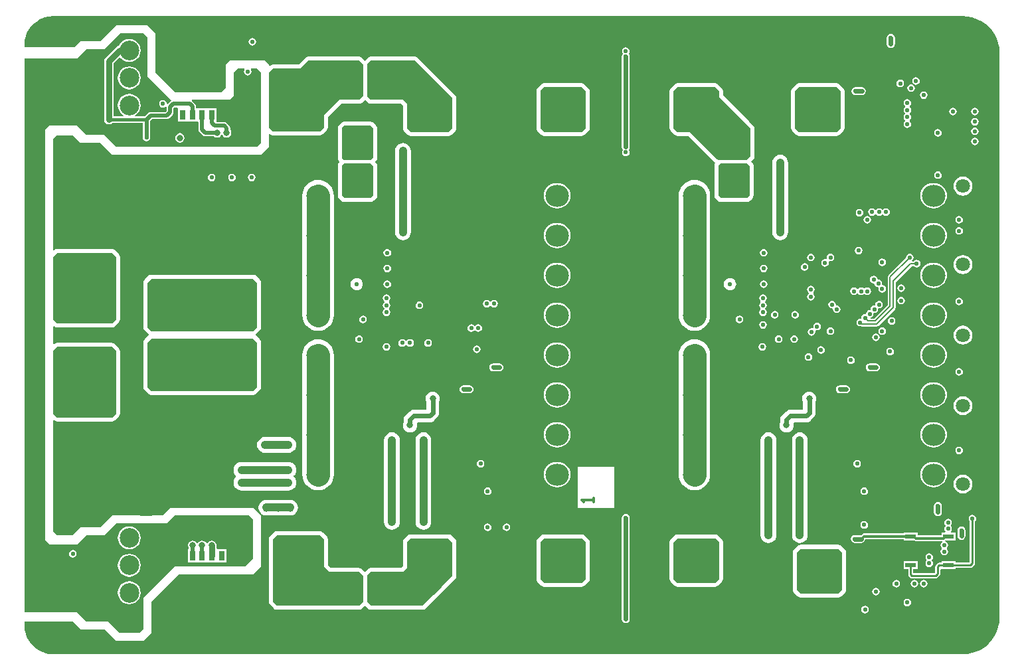
<source format=gtl>
G04 Layer_Physical_Order=1*
G04 Layer_Color=255*
%FSLAX44Y44*%
%MOMM*%
G71*
G01*
G75*
%ADD10R,1.0000X0.4500*%
%ADD11R,1.4000X0.6000*%
%ADD12R,0.8000X1.3000*%
%ADD13R,2.1000X3.0000*%
%ADD14C,3.0000*%
%ADD15C,0.2000*%
%ADD16C,0.6000*%
%ADD17C,1.0000*%
%ADD18C,0.3000*%
%ADD19C,0.2500*%
%ADD20C,0.5000*%
%ADD21C,0.8000*%
%ADD22C,0.4000*%
%ADD23O,3.0000X2.8000*%
%ADD24C,2.5000*%
%ADD25C,7.4000*%
%ADD26C,1.9000*%
%ADD27C,8.0000*%
%ADD28C,3.6000*%
%ADD29C,0.5000*%
%ADD30C,1.8000*%
%ADD31C,0.5500*%
%ADD32C,1.0000*%
%ADD33C,0.7000*%
%ADD34C,0.8000*%
G36*
X501062Y349936D02*
X549000Y301999D01*
X549000Y264000D01*
X544000Y259000D01*
X496000D01*
X491000Y264000D01*
Y295000D01*
X486000Y300000D01*
X445000Y300000D01*
X440127Y304872D01*
X440127Y345000D01*
X445064Y349936D01*
X501062Y349936D01*
D02*
G37*
G36*
X384960D02*
X430187D01*
X435000Y345122D01*
Y305000D01*
X430000Y300000D01*
X404960D01*
X384960Y280000D01*
Y264960D01*
X380000Y260000D01*
X320000D01*
X315000Y265000D01*
Y335000D01*
X320000Y340000D01*
X354974D01*
X364910Y349936D01*
X384960Y349936D01*
D02*
G37*
G36*
X115000Y-15000D02*
X120000Y-20000D01*
X120000Y-100000D01*
X115000Y-105000D01*
X45000Y-105000D01*
X40000Y-100000D01*
Y-20000D01*
X45000Y-15000D01*
X115000Y-15000D01*
D02*
G37*
G36*
X40045Y406666D02*
X1200000D01*
X1200140Y406694D01*
X1206096Y406303D01*
X1212088Y405112D01*
X1217872Y403148D01*
X1223352Y400446D01*
X1228431Y397052D01*
X1233024Y393024D01*
X1237052Y388431D01*
X1240446Y383352D01*
X1243148Y377873D01*
X1245112Y372088D01*
X1246303Y366096D01*
X1246621Y361251D01*
X1246666Y360000D01*
X1246666Y360000D01*
X1246666Y358737D01*
Y-358735D01*
X1246666Y-360000D01*
X1246621Y-361251D01*
X1246303Y-366096D01*
X1245112Y-372088D01*
X1243148Y-377872D01*
X1240446Y-383352D01*
X1237052Y-388431D01*
X1233024Y-393024D01*
X1228431Y-397052D01*
X1223352Y-400446D01*
X1217872Y-403148D01*
X1212088Y-405112D01*
X1206096Y-406303D01*
X1201261Y-406620D01*
X1200000Y-406666D01*
X1200000Y-406666D01*
X1198748Y-406666D01*
X40000D01*
X40000Y-406666D01*
Y-406666D01*
X38750Y-406618D01*
X34256Y-406264D01*
X28654Y-404919D01*
X23331Y-402714D01*
X18419Y-399704D01*
X14038Y-395962D01*
X10296Y-391581D01*
X7286Y-386669D01*
X5081Y-381346D01*
X3736Y-375744D01*
X3298Y-370181D01*
X3334Y-370000D01*
Y-365000D01*
X65000D01*
X75000Y-375000D01*
X105000D01*
X120000Y-390000D01*
X155000D01*
X165000Y-380000D01*
X165000Y-340000D01*
X199934Y-305066D01*
X295000Y-305066D01*
X305000Y-295066D01*
Y-230000D01*
X295000Y-220000D01*
X190000D01*
X180000Y-230000D01*
X115114D01*
X110114Y-235000D01*
X100114Y-245000D01*
X75000D01*
X65000Y-255000D01*
X45000D01*
X40000Y-250000D01*
Y-108869D01*
X41173Y-108383D01*
X41395Y-108605D01*
X43049Y-109710D01*
X45000Y-110098D01*
X115000Y-110098D01*
X116951Y-109710D01*
X118605Y-108605D01*
X123604Y-103605D01*
X124710Y-101951D01*
X125098Y-100000D01*
X125098Y-20000D01*
X125098Y-20000D01*
X125098Y-20000D01*
X124867Y-18835D01*
X124710Y-18049D01*
X124710Y-18049D01*
X124710Y-18049D01*
X124076Y-17100D01*
X123605Y-16395D01*
X123605Y-16395D01*
X123605Y-16395D01*
X118604Y-11395D01*
X117782Y-10845D01*
X116951Y-10290D01*
X116951Y-10290D01*
X116951Y-10290D01*
X116016Y-10104D01*
X115000Y-9902D01*
X45000Y-9902D01*
X43049Y-10290D01*
X41395Y-11395D01*
X41173Y-11617D01*
X40000Y-11131D01*
Y11131D01*
X41173Y11617D01*
X41395Y11395D01*
X43049Y10290D01*
X45000Y9902D01*
X115000Y9902D01*
X116951Y10290D01*
X118605Y11395D01*
X123604Y16395D01*
X124710Y18049D01*
X125098Y20000D01*
X125098Y100000D01*
X125098Y100000D01*
X125098Y100000D01*
X124867Y101165D01*
X124710Y101951D01*
X124710Y101951D01*
X124710Y101951D01*
X124076Y102900D01*
X123605Y103605D01*
X123605Y103605D01*
X123605Y103605D01*
X118604Y108605D01*
X117782Y109155D01*
X116951Y109710D01*
X116951Y109710D01*
X116951Y109710D01*
X116016Y109896D01*
X115000Y110098D01*
X45000Y110098D01*
X43049Y109710D01*
X41395Y108605D01*
X41173Y108383D01*
X40000Y108869D01*
Y250000D01*
X44886Y254886D01*
X65000D01*
X74886Y245000D01*
X100000D01*
X115000Y230000D01*
X305000D01*
X315000Y240000D01*
Y256131D01*
X316173Y256617D01*
X316395Y256395D01*
X318049Y255290D01*
X320000Y254902D01*
X380000D01*
X381951Y255290D01*
X383605Y256395D01*
X388565Y261355D01*
X389670Y263009D01*
X390058Y264960D01*
Y277888D01*
X407072Y294902D01*
X430000D01*
X431951Y295290D01*
X433605Y296395D01*
X437500Y300290D01*
X441395Y296395D01*
X442426Y295706D01*
X443049Y295290D01*
X445000Y294902D01*
X483888Y294902D01*
X485902Y292888D01*
Y264000D01*
X486290Y262049D01*
X487395Y260395D01*
X492395Y255395D01*
X494049Y254290D01*
X496000Y253902D01*
X544000D01*
X545951Y254290D01*
X547605Y255395D01*
X552605Y260395D01*
X553710Y262049D01*
X554098Y264000D01*
X554098Y301999D01*
X553710Y303950D01*
X553710Y303950D01*
X552605Y305604D01*
X504666Y353541D01*
X503617Y354242D01*
X503013Y354646D01*
X503013Y354646D01*
X503013Y354646D01*
X501062Y355034D01*
X445064Y355034D01*
X443113Y354646D01*
X441459Y353541D01*
X437625Y349707D01*
X433791Y353540D01*
X432137Y354646D01*
X430187Y355034D01*
X384960D01*
X364910Y355034D01*
X362959Y354646D01*
X362959Y354646D01*
X361854Y353908D01*
X361305Y353541D01*
X361305Y353541D01*
X361305Y353541D01*
X352862Y345098D01*
X320000D01*
X318049Y344710D01*
X316395Y343605D01*
X316173Y343383D01*
X315000Y343869D01*
Y345122D01*
X310188Y349934D01*
X265000D01*
X260240Y345174D01*
Y315100D01*
X255140Y310000D01*
X195000Y310000D01*
X170000Y335000D01*
X170000Y385000D01*
X160000Y395000D01*
X120000D01*
X100000Y375000D01*
X75000D01*
X67000Y367000D01*
X3334D01*
Y369955D01*
X3334Y369955D01*
X3334D01*
X3382Y371205D01*
X3736Y375706D01*
X5083Y381315D01*
X7290Y386644D01*
X10304Y391563D01*
X14051Y395949D01*
X18437Y399696D01*
X23356Y402710D01*
X28685Y404917D01*
X34294Y406264D01*
X39864Y406702D01*
X40045Y406666D01*
D02*
G37*
G36*
X115000Y105000D02*
X120000Y100000D01*
X120000Y20000D01*
X115000Y15000D01*
X45000Y15000D01*
X40000Y20000D01*
Y100000D01*
X45000Y105000D01*
X115000Y105000D01*
D02*
G37*
G36*
X160000Y380000D02*
X160000Y330000D01*
X190000Y300000D01*
X190097D01*
X190482Y298730D01*
X189756Y298244D01*
X186045Y294534D01*
X185136Y294886D01*
X184829Y295072D01*
X184474Y296853D01*
X183425Y298424D01*
X181853Y299474D01*
X180000Y299843D01*
X178147Y299474D01*
X176575Y298424D01*
X175526Y296853D01*
X175157Y295000D01*
X175526Y293147D01*
X176575Y291575D01*
X178147Y290526D01*
X180000Y290157D01*
X181853Y290526D01*
X183202Y291427D01*
X183981Y291152D01*
X184412Y290824D01*
Y285900D01*
X183099Y284588D01*
X164000D01*
X162244Y284239D01*
X160756Y283244D01*
X156590Y279078D01*
X144643D01*
X144319Y280259D01*
X144331Y280348D01*
X147341Y282659D01*
X149666Y285687D01*
X151127Y289215D01*
X151625Y293000D01*
X151127Y296785D01*
X149666Y300313D01*
X147341Y303342D01*
X144313Y305666D01*
X140785Y307127D01*
X137000Y307625D01*
X133215Y307127D01*
X129687Y305666D01*
X126658Y303342D01*
X124334Y300313D01*
X122873Y296785D01*
X122375Y293000D01*
X122873Y289215D01*
X124334Y285687D01*
X126658Y282659D01*
X129669Y280348D01*
X129681Y280259D01*
X129357Y279078D01*
X117235D01*
Y346584D01*
X124524Y353872D01*
X125791Y353789D01*
X126658Y352659D01*
X129687Y350334D01*
X133215Y348873D01*
X137000Y348375D01*
X140785Y348873D01*
X144313Y350334D01*
X147341Y352659D01*
X149666Y355687D01*
X151127Y359215D01*
X151625Y363000D01*
X151127Y366785D01*
X149666Y370312D01*
X147341Y373341D01*
X144313Y375666D01*
X140785Y377127D01*
X137000Y377625D01*
X133215Y377127D01*
X129687Y375666D01*
X126658Y373341D01*
X124334Y370312D01*
X123735Y368866D01*
X122659Y368652D01*
X120674Y367326D01*
X106792Y353443D01*
X105466Y351459D01*
X105000Y349118D01*
Y275000D01*
X105466Y272659D01*
X106792Y270674D01*
X108776Y269348D01*
X111117Y268883D01*
X113459Y269348D01*
X115443Y270674D01*
X115609Y270922D01*
X154412D01*
Y253281D01*
X154157Y252000D01*
X154526Y250147D01*
X155576Y248575D01*
X157147Y247526D01*
X159000Y247157D01*
X160853Y247526D01*
X162425Y248575D01*
X163474Y250147D01*
X163843Y252000D01*
X163588Y253281D01*
Y273099D01*
X165900Y275412D01*
X185000D01*
X186756Y275761D01*
X188244Y276756D01*
X192244Y280756D01*
X193239Y282244D01*
X193588Y284000D01*
Y289100D01*
X194900Y290412D01*
X198136D01*
X199000Y289500D01*
X199000Y289142D01*
Y272500D01*
X210230D01*
X211000Y272500D01*
X212270Y272500D01*
X222730D01*
X223500Y272500D01*
X224514Y272500D01*
X225412Y271602D01*
Y262000D01*
X225761Y260244D01*
X226756Y258756D01*
X230756Y254756D01*
X232244Y253761D01*
X234000Y253412D01*
X245067D01*
X246659Y252348D01*
X249000Y251882D01*
X251341Y252348D01*
X253326Y253674D01*
X254266Y255082D01*
X255734D01*
X256674Y253674D01*
X258659Y252348D01*
X261000Y251882D01*
X263341Y252348D01*
X265326Y253674D01*
X266652Y255659D01*
X267118Y258000D01*
X266652Y260341D01*
X265588Y261933D01*
Y264000D01*
X265239Y265756D01*
X264244Y267244D01*
X261244Y270244D01*
X259756Y271239D01*
X258000Y271588D01*
X249365D01*
X248500Y272500D01*
Y289500D01*
X236500D01*
Y289500D01*
X236000D01*
Y289500D01*
X224770D01*
X224000Y289500D01*
X222986Y289500D01*
X222088Y290398D01*
Y291500D01*
X221739Y293256D01*
X220744Y294744D01*
X217244Y298244D01*
X216518Y298730D01*
X216903Y300000D01*
X265000Y300000D01*
X270000Y305000D01*
X270000Y335000D01*
X275000Y340000D01*
X283432Y340000D01*
X284111Y338730D01*
X283526Y337853D01*
X283157Y336000D01*
X283526Y334147D01*
X284576Y332575D01*
X286147Y331526D01*
X288000Y331157D01*
X289853Y331526D01*
X291425Y332575D01*
X292474Y334147D01*
X292843Y336000D01*
X292474Y337853D01*
X291889Y338730D01*
X292568Y340000D01*
X300000Y340000D01*
X305000Y335000D01*
X305000Y245000D01*
X300000Y240000D01*
X169000D01*
X120000Y240000D01*
X105000Y255000D01*
X82000Y255000D01*
X70000Y267000D01*
X35000D01*
X30000Y262000D01*
Y-261000D01*
X36000Y-267000D01*
X70000Y-267000D01*
X82000Y-255000D01*
X105000Y-255000D01*
X115000Y-245000D01*
X120000Y-240000D01*
X185000D01*
X190000Y-235000D01*
X195000Y-230000D01*
X290000D01*
X295000Y-235000D01*
Y-285000D01*
X285000Y-295000D01*
X195000Y-295000D01*
X155000Y-335000D01*
X155000Y-375000D01*
X150000Y-380000D01*
X125000D01*
X120000Y-375000D01*
X110000Y-365000D01*
X82000Y-365000D01*
X70000Y-353000D01*
X3334Y-353000D01*
Y353000D01*
X36000D01*
X69999Y352999D01*
X82000Y365000D01*
X105066Y365000D01*
X125066Y385000D01*
X155000Y385000D01*
X160000Y380000D01*
D02*
G37*
%LPC*%
G36*
X571000Y-63902D02*
X563000D01*
X561049Y-64290D01*
X559395Y-65395D01*
X558290Y-67049D01*
X557902Y-69000D01*
X558290Y-70951D01*
X559395Y-72605D01*
X561049Y-73710D01*
X563000Y-74098D01*
X571000D01*
X572951Y-73710D01*
X574605Y-72605D01*
X575710Y-70951D01*
X576098Y-69000D01*
X575710Y-67049D01*
X574605Y-65395D01*
X572951Y-64290D01*
X571000Y-63902D01*
D02*
G37*
G36*
X295000Y77098D02*
X165034D01*
X163083Y76710D01*
X161429Y75605D01*
X156395Y70571D01*
X155290Y68917D01*
X154902Y66966D01*
Y10054D01*
X155290Y8103D01*
X156395Y6449D01*
X161395Y1449D01*
X161992Y1051D01*
Y-219D01*
X161429Y-595D01*
X156395Y-5629D01*
X155290Y-7283D01*
X154902Y-9234D01*
Y-66146D01*
X155290Y-68097D01*
X156395Y-69751D01*
X161395Y-74751D01*
X163049Y-75856D01*
X165000Y-76244D01*
X295009D01*
X296960Y-75856D01*
X298614Y-74751D01*
X303605Y-69760D01*
X304710Y-68106D01*
X305098Y-66155D01*
Y-9200D01*
X304710Y-7249D01*
X303605Y-5595D01*
X298605Y-595D01*
X298030Y-211D01*
Y1059D01*
X298614Y1449D01*
X303605Y6440D01*
X304710Y8094D01*
X305098Y10045D01*
Y67000D01*
X304710Y68951D01*
X303605Y70605D01*
X298605Y75605D01*
X296951Y76710D01*
X295000Y77098D01*
D02*
G37*
G36*
X1051000Y-63902D02*
X1043000D01*
X1041049Y-64290D01*
X1039395Y-65395D01*
X1038290Y-67049D01*
X1037902Y-69000D01*
X1038290Y-70951D01*
X1039395Y-72605D01*
X1041049Y-73710D01*
X1043000Y-74098D01*
X1051000D01*
X1052951Y-73710D01*
X1054605Y-72605D01*
X1055710Y-70951D01*
X1056098Y-69000D01*
X1055710Y-67049D01*
X1054605Y-65395D01*
X1052951Y-64290D01*
X1051000Y-63902D01*
D02*
G37*
G36*
X1195000Y-42157D02*
X1193147Y-42526D01*
X1191575Y-43576D01*
X1190526Y-45147D01*
X1190157Y-47000D01*
X1190526Y-48853D01*
X1191575Y-50425D01*
X1193147Y-51474D01*
X1195000Y-51843D01*
X1196853Y-51474D01*
X1198425Y-50425D01*
X1199474Y-48853D01*
X1199843Y-47000D01*
X1199474Y-45147D01*
X1198425Y-43576D01*
X1196853Y-42526D01*
X1195000Y-42157D01*
D02*
G37*
G36*
X683400Y-9323D02*
X681400D01*
X678263Y-9632D01*
X675247Y-10546D01*
X672468Y-12032D01*
X670032Y-14031D01*
X668032Y-16468D01*
X666546Y-19247D01*
X665631Y-22264D01*
X665323Y-25400D01*
X665631Y-28537D01*
X666546Y-31553D01*
X668032Y-34332D01*
X670032Y-36769D01*
X672468Y-38768D01*
X675247Y-40254D01*
X678263Y-41168D01*
X681400Y-41477D01*
X683400D01*
X686536Y-41168D01*
X689553Y-40254D01*
X692332Y-38768D01*
X694769Y-36769D01*
X696768Y-34332D01*
X698254Y-31553D01*
X699168Y-28537D01*
X699477Y-25400D01*
X699168Y-22264D01*
X698254Y-19247D01*
X696768Y-16468D01*
X694769Y-14031D01*
X692332Y-12032D01*
X689553Y-10546D01*
X686536Y-9632D01*
X683400Y-9323D01*
D02*
G37*
G36*
X1163400D02*
X1161400D01*
X1158263Y-9632D01*
X1155247Y-10546D01*
X1152468Y-12032D01*
X1150032Y-14031D01*
X1148032Y-16468D01*
X1146546Y-19247D01*
X1145631Y-22264D01*
X1145323Y-25400D01*
X1145631Y-28537D01*
X1146546Y-31553D01*
X1148032Y-34332D01*
X1150032Y-36769D01*
X1152468Y-38768D01*
X1155247Y-40254D01*
X1158263Y-41168D01*
X1161400Y-41477D01*
X1163400D01*
X1166537Y-41168D01*
X1169553Y-40254D01*
X1172332Y-38768D01*
X1174769Y-36769D01*
X1176768Y-34332D01*
X1178254Y-31553D01*
X1179168Y-28537D01*
X1179477Y-25400D01*
X1179168Y-22264D01*
X1178254Y-19247D01*
X1176768Y-16468D01*
X1174769Y-14031D01*
X1172332Y-12032D01*
X1169553Y-10546D01*
X1166537Y-9632D01*
X1163400Y-9323D01*
D02*
G37*
G36*
X609000Y-35902D02*
X601000D01*
X599049Y-36290D01*
X597395Y-37395D01*
X596290Y-39049D01*
X595902Y-41000D01*
X596290Y-42951D01*
X597395Y-44605D01*
X599049Y-45710D01*
X601000Y-46098D01*
X609000D01*
X610951Y-45710D01*
X612605Y-44605D01*
X613710Y-42951D01*
X614098Y-41000D01*
X613710Y-39049D01*
X612605Y-37395D01*
X610951Y-36290D01*
X609000Y-35902D01*
D02*
G37*
G36*
X1089000D02*
X1081000D01*
X1079049Y-36290D01*
X1077395Y-37395D01*
X1076290Y-39049D01*
X1075902Y-41000D01*
X1076290Y-42951D01*
X1077395Y-44605D01*
X1079049Y-45710D01*
X1081000Y-46098D01*
X1089000D01*
X1090951Y-45710D01*
X1092605Y-44605D01*
X1093710Y-42951D01*
X1094098Y-41000D01*
X1093710Y-39049D01*
X1092605Y-37395D01*
X1090951Y-36290D01*
X1089000Y-35902D01*
D02*
G37*
G36*
X1163400Y-60123D02*
X1161400D01*
X1158263Y-60431D01*
X1155247Y-61346D01*
X1152468Y-62832D01*
X1150032Y-64832D01*
X1148032Y-67268D01*
X1146546Y-70047D01*
X1145631Y-73064D01*
X1145323Y-76200D01*
X1145631Y-79337D01*
X1146546Y-82353D01*
X1148032Y-85132D01*
X1150032Y-87569D01*
X1152468Y-89568D01*
X1155247Y-91054D01*
X1158263Y-91968D01*
X1161400Y-92277D01*
X1163400D01*
X1166537Y-91968D01*
X1169553Y-91054D01*
X1172332Y-89568D01*
X1174769Y-87569D01*
X1176768Y-85132D01*
X1178254Y-82353D01*
X1179168Y-79337D01*
X1179477Y-76200D01*
X1179168Y-73064D01*
X1178254Y-70047D01*
X1176768Y-67268D01*
X1174769Y-64832D01*
X1172332Y-62832D01*
X1169553Y-61346D01*
X1166537Y-60431D01*
X1163400Y-60123D01*
D02*
G37*
G36*
X683400Y-110923D02*
X681400D01*
X678263Y-111231D01*
X675247Y-112146D01*
X672468Y-113632D01*
X670032Y-115632D01*
X668032Y-118068D01*
X666546Y-120847D01*
X665631Y-123863D01*
X665323Y-127000D01*
X665631Y-130136D01*
X666546Y-133153D01*
X668032Y-135932D01*
X670032Y-138369D01*
X672468Y-140368D01*
X675247Y-141854D01*
X678263Y-142768D01*
X681400Y-143077D01*
X683400D01*
X686536Y-142768D01*
X689553Y-141854D01*
X692332Y-140368D01*
X694769Y-138369D01*
X696768Y-135932D01*
X698254Y-133153D01*
X699168Y-130136D01*
X699477Y-127000D01*
X699168Y-123863D01*
X698254Y-120847D01*
X696768Y-118068D01*
X694769Y-115632D01*
X692332Y-113632D01*
X689553Y-112146D01*
X686536Y-111231D01*
X683400Y-110923D01*
D02*
G37*
G36*
X1163400D02*
X1161400D01*
X1158263Y-111231D01*
X1155247Y-112146D01*
X1152468Y-113632D01*
X1150032Y-115632D01*
X1148032Y-118068D01*
X1146546Y-120847D01*
X1145631Y-123863D01*
X1145323Y-127000D01*
X1145631Y-130136D01*
X1146546Y-133153D01*
X1148032Y-135932D01*
X1150032Y-138369D01*
X1152468Y-140368D01*
X1155247Y-141854D01*
X1158263Y-142768D01*
X1161400Y-143077D01*
X1163400D01*
X1166537Y-142768D01*
X1169553Y-141854D01*
X1172332Y-140368D01*
X1174769Y-138369D01*
X1176768Y-135932D01*
X1178254Y-133153D01*
X1179168Y-130136D01*
X1179477Y-127000D01*
X1179168Y-123863D01*
X1178254Y-120847D01*
X1176768Y-118068D01*
X1174769Y-115632D01*
X1172332Y-113632D01*
X1169553Y-112146D01*
X1166537Y-111231D01*
X1163400Y-110923D01*
D02*
G37*
G36*
X1195000Y-142157D02*
X1193147Y-142526D01*
X1191575Y-143575D01*
X1190526Y-145147D01*
X1190157Y-147000D01*
X1190526Y-148853D01*
X1191575Y-150425D01*
X1193147Y-151474D01*
X1195000Y-151843D01*
X1196853Y-151474D01*
X1198425Y-150425D01*
X1199474Y-148853D01*
X1199843Y-147000D01*
X1199474Y-145147D01*
X1198425Y-143575D01*
X1196853Y-142526D01*
X1195000Y-142157D01*
D02*
G37*
G36*
X340000Y-129891D02*
X310000D01*
X307390Y-130235D01*
X304957Y-131243D01*
X302868Y-132845D01*
X301265Y-134934D01*
X300257Y-137367D01*
X299914Y-139977D01*
X299915Y-139989D01*
X299914Y-140000D01*
X300257Y-142611D01*
X301265Y-145043D01*
X302868Y-147132D01*
X304957Y-148735D01*
X307390Y-149743D01*
X310000Y-150086D01*
X310171Y-150064D01*
X324829D01*
X325000Y-150086D01*
X325171Y-150064D01*
X339829D01*
X340000Y-150086D01*
X342611Y-149743D01*
X345043Y-148735D01*
X347132Y-147132D01*
X348735Y-145043D01*
X349743Y-142611D01*
X350086Y-140000D01*
X350085Y-139989D01*
X350086Y-139977D01*
X349743Y-137367D01*
X348735Y-134934D01*
X347132Y-132845D01*
X345043Y-131243D01*
X342611Y-130235D01*
X340000Y-129891D01*
D02*
G37*
G36*
X524000Y-71922D02*
X521651Y-72232D01*
X519461Y-73138D01*
X517581Y-74581D01*
X516138Y-76461D01*
X515232Y-78650D01*
X514922Y-81000D01*
X515232Y-83350D01*
X515931Y-85038D01*
Y-94931D01*
X500000D01*
X497912Y-95206D01*
X495965Y-96012D01*
X494294Y-97294D01*
X489294Y-102294D01*
X488012Y-103966D01*
X487206Y-105912D01*
X486931Y-108000D01*
Y-110962D01*
X486232Y-112650D01*
X485922Y-115000D01*
X486232Y-117350D01*
X487138Y-119539D01*
X488581Y-121419D01*
X490461Y-122861D01*
X492650Y-123768D01*
X495000Y-124078D01*
X497350Y-123768D01*
X499539Y-122861D01*
X501419Y-121419D01*
X502862Y-119539D01*
X503768Y-117350D01*
X504078Y-115000D01*
X503768Y-112650D01*
X503639Y-112339D01*
X504488Y-111069D01*
X520000D01*
X522088Y-110794D01*
X524035Y-109988D01*
X525706Y-108706D01*
X529706Y-104706D01*
X530988Y-103034D01*
X531794Y-101088D01*
X532069Y-99000D01*
Y-85038D01*
X532768Y-83350D01*
X533078Y-81000D01*
X532768Y-78650D01*
X531861Y-76461D01*
X530419Y-74581D01*
X528539Y-73138D01*
X526349Y-72232D01*
X524000Y-71922D01*
D02*
G37*
G36*
X1200000Y-77896D02*
X1196867Y-78309D01*
X1193948Y-79518D01*
X1191441Y-81441D01*
X1189518Y-83948D01*
X1188309Y-86867D01*
X1187896Y-90000D01*
X1188309Y-93133D01*
X1189518Y-96052D01*
X1191441Y-98559D01*
X1193948Y-100482D01*
X1196867Y-101691D01*
X1200000Y-102104D01*
X1203133Y-101691D01*
X1206052Y-100482D01*
X1208559Y-98559D01*
X1210482Y-96052D01*
X1211691Y-93133D01*
X1212104Y-90000D01*
X1211691Y-86867D01*
X1210482Y-83948D01*
X1208559Y-81441D01*
X1206052Y-79518D01*
X1203133Y-78309D01*
X1200000Y-77896D01*
D02*
G37*
G36*
X683400Y-60123D02*
X681400D01*
X678263Y-60431D01*
X675247Y-61346D01*
X672468Y-62832D01*
X670032Y-64832D01*
X668032Y-67268D01*
X666546Y-70047D01*
X665631Y-73064D01*
X665323Y-76200D01*
X665631Y-79337D01*
X666546Y-82353D01*
X668032Y-85132D01*
X670032Y-87569D01*
X672468Y-89568D01*
X675247Y-91054D01*
X678263Y-91968D01*
X681400Y-92277D01*
X683400D01*
X686536Y-91968D01*
X689553Y-91054D01*
X692332Y-89568D01*
X694769Y-87569D01*
X696768Y-85132D01*
X698254Y-82353D01*
X699168Y-79337D01*
X699477Y-76200D01*
X699168Y-73064D01*
X698254Y-70047D01*
X696768Y-67268D01*
X694769Y-64832D01*
X692332Y-62832D01*
X689553Y-61346D01*
X686536Y-60431D01*
X683400Y-60123D01*
D02*
G37*
G36*
X1004000Y-71922D02*
X1001650Y-72232D01*
X999461Y-73138D01*
X997581Y-74581D01*
X996139Y-76461D01*
X995232Y-78650D01*
X994922Y-81000D01*
X995232Y-83350D01*
X995931Y-85038D01*
Y-94931D01*
X980000D01*
X977912Y-95206D01*
X975965Y-96012D01*
X974294Y-97294D01*
X969294Y-102294D01*
X968012Y-103966D01*
X967206Y-105912D01*
X966931Y-108000D01*
Y-110962D01*
X966232Y-112650D01*
X965922Y-115000D01*
X966232Y-117350D01*
X967139Y-119539D01*
X968581Y-121419D01*
X970461Y-122861D01*
X972651Y-123768D01*
X975000Y-124078D01*
X977349Y-123768D01*
X979539Y-122861D01*
X981419Y-121419D01*
X982861Y-119539D01*
X983768Y-117350D01*
X984078Y-115000D01*
X983768Y-112650D01*
X983639Y-112339D01*
X984488Y-111069D01*
X1000000D01*
X1002088Y-110794D01*
X1004035Y-109988D01*
X1005706Y-108706D01*
X1009706Y-104706D01*
X1010988Y-103034D01*
X1011794Y-101088D01*
X1012069Y-99000D01*
Y-85038D01*
X1012768Y-83350D01*
X1013078Y-81000D01*
X1012768Y-78650D01*
X1011861Y-76461D01*
X1010419Y-74581D01*
X1008539Y-73138D01*
X1006349Y-72232D01*
X1004000Y-71922D01*
D02*
G37*
G36*
X1014000Y15843D02*
X1012147Y15474D01*
X1010575Y14425D01*
X1009526Y12853D01*
X1009157Y11000D01*
X1009445Y9553D01*
X1009340Y9361D01*
X1008639Y8661D01*
X1008447Y8555D01*
X1007000Y8843D01*
X1005147Y8474D01*
X1003575Y7424D01*
X1002526Y5853D01*
X1002157Y4000D01*
X1002526Y2147D01*
X1003575Y575D01*
X1005147Y-474D01*
X1007000Y-843D01*
X1008853Y-474D01*
X1010424Y575D01*
X1011474Y2147D01*
X1011843Y4000D01*
X1011555Y5447D01*
X1011661Y5639D01*
X1012361Y6339D01*
X1012553Y6445D01*
X1014000Y6157D01*
X1015853Y6526D01*
X1017425Y7575D01*
X1018474Y9147D01*
X1018843Y11000D01*
X1018474Y12853D01*
X1017425Y14425D01*
X1015853Y15474D01*
X1014000Y15843D01*
D02*
G37*
G36*
X1057000Y-27157D02*
X1055147Y-27526D01*
X1053575Y-28575D01*
X1052526Y-30147D01*
X1052157Y-32000D01*
X1052526Y-33853D01*
X1053575Y-35425D01*
X1055147Y-36474D01*
X1057000Y-36843D01*
X1058853Y-36474D01*
X1060424Y-35425D01*
X1061474Y-33853D01*
X1061843Y-32000D01*
X1061474Y-30147D01*
X1060424Y-28575D01*
X1058853Y-27526D01*
X1057000Y-27157D01*
D02*
G37*
G36*
X965000Y-157D02*
X963147Y-526D01*
X961575Y-1575D01*
X960526Y-3147D01*
X960157Y-5000D01*
X960526Y-6853D01*
X961575Y-8425D01*
X963147Y-9474D01*
X965000Y-9843D01*
X966853Y-9474D01*
X968425Y-8425D01*
X969474Y-6853D01*
X969843Y-5000D01*
X969474Y-3147D01*
X968425Y-1575D01*
X966853Y-526D01*
X965000Y-157D01*
D02*
G37*
G36*
X985000D02*
X983147Y-526D01*
X981575Y-1575D01*
X980526Y-3147D01*
X980157Y-5000D01*
X980526Y-6853D01*
X981575Y-8425D01*
X983147Y-9474D01*
X985000Y-9843D01*
X986853Y-9474D01*
X988425Y-8425D01*
X989474Y-6853D01*
X989843Y-5000D01*
X989474Y-3147D01*
X988425Y-1575D01*
X986853Y-526D01*
X985000Y-157D01*
D02*
G37*
G36*
X1200000Y12104D02*
X1196867Y11691D01*
X1193948Y10482D01*
X1191441Y8558D01*
X1189518Y6052D01*
X1188309Y3133D01*
X1187896Y0D01*
X1188309Y-3133D01*
X1189518Y-6052D01*
X1191441Y-8558D01*
X1193948Y-10482D01*
X1196867Y-11691D01*
X1200000Y-12104D01*
X1203133Y-11691D01*
X1206052Y-10482D01*
X1208559Y-8558D01*
X1210482Y-6052D01*
X1211691Y-3133D01*
X1212104Y0D01*
X1211691Y3133D01*
X1210482Y6052D01*
X1208559Y8558D01*
X1206052Y10482D01*
X1203133Y11691D01*
X1200000Y12104D01*
D02*
G37*
G36*
X430000Y-157D02*
X428147Y-526D01*
X426575Y-1575D01*
X425526Y-3147D01*
X425157Y-5000D01*
X425526Y-6853D01*
X426575Y-8425D01*
X428147Y-9474D01*
X430000Y-9843D01*
X431853Y-9474D01*
X433425Y-8425D01*
X434474Y-6853D01*
X434843Y-5000D01*
X434474Y-3147D01*
X433425Y-1575D01*
X431853Y-526D01*
X430000Y-157D01*
D02*
G37*
G36*
X495000Y-5157D02*
X493147Y-5526D01*
X491575Y-6575D01*
X490706Y-7877D01*
X490239Y-7979D01*
X489761D01*
X489294Y-7877D01*
X488425Y-6575D01*
X486853Y-5526D01*
X485000Y-5157D01*
X483147Y-5526D01*
X481575Y-6575D01*
X480526Y-8147D01*
X480157Y-10000D01*
X480526Y-11853D01*
X481575Y-13425D01*
X483147Y-14474D01*
X485000Y-14843D01*
X486853Y-14474D01*
X488425Y-13425D01*
X489294Y-12123D01*
X489761Y-12021D01*
X490239D01*
X490706Y-12123D01*
X491575Y-13425D01*
X493147Y-14474D01*
X495000Y-14843D01*
X496853Y-14474D01*
X498425Y-13425D01*
X499474Y-11853D01*
X499843Y-10000D01*
X499474Y-8147D01*
X498425Y-6575D01*
X496853Y-5526D01*
X495000Y-5157D01*
D02*
G37*
G36*
X1097000Y9843D02*
X1095147Y9474D01*
X1093575Y8425D01*
X1092526Y6853D01*
X1092157Y5000D01*
X1092526Y3147D01*
X1093575Y1575D01*
X1095147Y526D01*
X1097000Y157D01*
X1098853Y526D01*
X1100424Y1575D01*
X1101474Y3147D01*
X1101843Y5000D01*
X1101474Y6853D01*
X1100424Y8425D01*
X1098853Y9474D01*
X1097000Y9843D01*
D02*
G37*
G36*
X377600Y197897D02*
X373679Y197511D01*
X369909Y196367D01*
X366435Y194510D01*
X363389Y192011D01*
X360890Y188965D01*
X359033Y185491D01*
X357889Y181721D01*
X357503Y177800D01*
Y127000D01*
Y76200D01*
Y25400D01*
X357889Y21479D01*
X359033Y17709D01*
X360890Y14235D01*
X363389Y11189D01*
X366435Y8690D01*
X369909Y6833D01*
X373679Y5689D01*
X377600Y5303D01*
X381521Y5689D01*
X385291Y6833D01*
X388765Y8690D01*
X391811Y11189D01*
X394310Y14235D01*
X396167Y17709D01*
X397311Y21479D01*
X397697Y25400D01*
Y76200D01*
Y127000D01*
Y177800D01*
X397311Y181721D01*
X396167Y185491D01*
X394310Y188965D01*
X391811Y192011D01*
X388765Y194510D01*
X385291Y196367D01*
X381521Y197511D01*
X377600Y197897D01*
D02*
G37*
G36*
X1089000Y1843D02*
X1087147Y1474D01*
X1085575Y425D01*
X1084526Y-1147D01*
X1084157Y-3000D01*
X1084526Y-4853D01*
X1085575Y-6424D01*
X1087147Y-7474D01*
X1089000Y-7843D01*
X1090853Y-7474D01*
X1092425Y-6424D01*
X1093474Y-4853D01*
X1093843Y-3000D01*
X1093474Y-1147D01*
X1092425Y425D01*
X1090853Y1474D01*
X1089000Y1843D01*
D02*
G37*
G36*
X1031000Y9843D02*
X1029147Y9474D01*
X1027575Y8425D01*
X1026526Y6853D01*
X1026157Y5000D01*
X1026526Y3147D01*
X1027575Y1575D01*
X1029147Y526D01*
X1031000Y157D01*
X1032853Y526D01*
X1034425Y1575D01*
X1035474Y3147D01*
X1035843Y5000D01*
X1035474Y6853D01*
X1034425Y8425D01*
X1032853Y9474D01*
X1031000Y9843D01*
D02*
G37*
G36*
X945000Y17843D02*
X943147Y17474D01*
X941575Y16425D01*
X940526Y14853D01*
X940157Y13000D01*
X940526Y11147D01*
X941575Y9575D01*
X943147Y8526D01*
X945000Y8157D01*
X946853Y8526D01*
X948425Y9575D01*
X949474Y11147D01*
X949843Y13000D01*
X949474Y14853D01*
X948425Y16425D01*
X946853Y17474D01*
X945000Y17843D01*
D02*
G37*
G36*
X1019000Y-14157D02*
X1017147Y-14526D01*
X1015575Y-15575D01*
X1014526Y-17147D01*
X1014157Y-19000D01*
X1014526Y-20853D01*
X1015575Y-22424D01*
X1017147Y-23474D01*
X1019000Y-23843D01*
X1020853Y-23474D01*
X1022424Y-22424D01*
X1023474Y-20853D01*
X1023843Y-19000D01*
X1023474Y-17147D01*
X1022424Y-15575D01*
X1020853Y-14526D01*
X1019000Y-14157D01*
D02*
G37*
G36*
X1003000Y-23157D02*
X1001147Y-23526D01*
X999575Y-24575D01*
X998526Y-26147D01*
X998157Y-28000D01*
X998526Y-29853D01*
X999575Y-31425D01*
X1001147Y-32474D01*
X1003000Y-32843D01*
X1004853Y-32474D01*
X1006425Y-31425D01*
X1007474Y-29853D01*
X1007843Y-28000D01*
X1007474Y-26147D01*
X1006425Y-24575D01*
X1004853Y-23526D01*
X1003000Y-23157D01*
D02*
G37*
G36*
X1107000Y-16157D02*
X1105147Y-16526D01*
X1103575Y-17576D01*
X1102526Y-19147D01*
X1102157Y-21000D01*
X1102526Y-22853D01*
X1103575Y-24425D01*
X1105147Y-25474D01*
X1107000Y-25843D01*
X1108853Y-25474D01*
X1110425Y-24425D01*
X1111474Y-22853D01*
X1111843Y-21000D01*
X1111474Y-19147D01*
X1110425Y-17576D01*
X1108853Y-16526D01*
X1107000Y-16157D01*
D02*
G37*
G36*
X580000Y-13157D02*
X578147Y-13526D01*
X576576Y-14575D01*
X575526Y-16147D01*
X575157Y-18000D01*
X575526Y-19853D01*
X576576Y-21425D01*
X578147Y-22474D01*
X580000Y-22843D01*
X581853Y-22474D01*
X583425Y-21425D01*
X584474Y-19853D01*
X584843Y-18000D01*
X584474Y-16147D01*
X583425Y-14575D01*
X581853Y-13526D01*
X580000Y-13157D01*
D02*
G37*
G36*
X518000Y-5157D02*
X516147Y-5526D01*
X514576Y-6575D01*
X513526Y-8147D01*
X513157Y-10000D01*
X513526Y-11853D01*
X514576Y-13425D01*
X516147Y-14474D01*
X518000Y-14843D01*
X519853Y-14474D01*
X521425Y-13425D01*
X522474Y-11853D01*
X522843Y-10000D01*
X522474Y-8147D01*
X521425Y-6575D01*
X519853Y-5526D01*
X518000Y-5157D01*
D02*
G37*
G36*
X857600Y197897D02*
X853679Y197511D01*
X849909Y196367D01*
X846435Y194510D01*
X843389Y192011D01*
X840890Y188965D01*
X839033Y185491D01*
X837889Y181721D01*
X837503Y177800D01*
Y127000D01*
Y76200D01*
Y25400D01*
X837889Y21479D01*
X839033Y17709D01*
X840890Y14235D01*
X843389Y11189D01*
X846435Y8690D01*
X849909Y6833D01*
X853679Y5689D01*
X857600Y5303D01*
X861521Y5689D01*
X865291Y6833D01*
X868765Y8690D01*
X871811Y11189D01*
X874310Y14235D01*
X876167Y17709D01*
X877311Y21479D01*
X877697Y25400D01*
Y76200D01*
Y127000D01*
Y177800D01*
X877311Y181721D01*
X876167Y185491D01*
X874310Y188965D01*
X871811Y192011D01*
X868765Y194510D01*
X865291Y196367D01*
X861521Y197511D01*
X857600Y197897D01*
D02*
G37*
G36*
X465000Y-10157D02*
X463147Y-10526D01*
X461576Y-11575D01*
X460526Y-13147D01*
X460157Y-15000D01*
X460526Y-16853D01*
X461576Y-18425D01*
X463147Y-19474D01*
X465000Y-19843D01*
X466853Y-19474D01*
X468425Y-18425D01*
X469474Y-16853D01*
X469843Y-15000D01*
X469474Y-13147D01*
X468425Y-11575D01*
X466853Y-10526D01*
X465000Y-10157D01*
D02*
G37*
G36*
X944000D02*
X942147Y-10526D01*
X940575Y-11575D01*
X939526Y-13147D01*
X939157Y-15000D01*
X939526Y-16853D01*
X940575Y-18425D01*
X942147Y-19474D01*
X944000Y-19843D01*
X945853Y-19474D01*
X947424Y-18425D01*
X948474Y-16853D01*
X948843Y-15000D01*
X948474Y-13147D01*
X947424Y-11575D01*
X945853Y-10526D01*
X944000Y-10157D01*
D02*
G37*
G36*
X1065000Y-159157D02*
X1063147Y-159526D01*
X1061575Y-160575D01*
X1060526Y-162147D01*
X1060157Y-164000D01*
X1060526Y-165853D01*
X1061575Y-167425D01*
X1063147Y-168474D01*
X1065000Y-168843D01*
X1066853Y-168474D01*
X1068425Y-167425D01*
X1069474Y-165853D01*
X1069843Y-164000D01*
X1069474Y-162147D01*
X1068425Y-160575D01*
X1066853Y-159526D01*
X1065000Y-159157D01*
D02*
G37*
G36*
X137000Y-278875D02*
X133215Y-279373D01*
X129687Y-280834D01*
X126658Y-283158D01*
X124334Y-286187D01*
X122873Y-289715D01*
X122375Y-293500D01*
X122873Y-297285D01*
X124334Y-300813D01*
X126658Y-303841D01*
X129687Y-306166D01*
X133215Y-307627D01*
X137000Y-308125D01*
X140785Y-307627D01*
X144313Y-306166D01*
X147341Y-303841D01*
X149666Y-300813D01*
X151127Y-297285D01*
X151625Y-293500D01*
X151127Y-289715D01*
X149666Y-286187D01*
X147341Y-283158D01*
X144313Y-280834D01*
X140785Y-279373D01*
X137000Y-278875D01*
D02*
G37*
G36*
X1157000Y-278157D02*
X1155147Y-278526D01*
X1153575Y-279575D01*
X1152526Y-281147D01*
X1152157Y-283000D01*
X1152526Y-284853D01*
X1153575Y-286425D01*
Y-287575D01*
X1152526Y-289147D01*
X1152157Y-291000D01*
X1152526Y-292853D01*
X1153575Y-294425D01*
X1155147Y-295474D01*
X1157000Y-295843D01*
X1158853Y-295474D01*
X1160425Y-294425D01*
X1161474Y-292853D01*
X1161843Y-291000D01*
X1161474Y-289147D01*
X1160425Y-287575D01*
Y-286425D01*
X1161474Y-284853D01*
X1161843Y-283000D01*
X1161474Y-281147D01*
X1160425Y-279575D01*
X1158853Y-278526D01*
X1157000Y-278157D01*
D02*
G37*
G36*
X714000Y-253902D02*
X666045D01*
X664094Y-254290D01*
X662440Y-255395D01*
X657395Y-260440D01*
X656290Y-262094D01*
X655902Y-264045D01*
Y-268000D01*
Y-311000D01*
X656290Y-312951D01*
X657395Y-314605D01*
X662395Y-319605D01*
X664049Y-320710D01*
X666000Y-321098D01*
X714000D01*
X715951Y-320710D01*
X717605Y-319605D01*
X722605Y-314605D01*
X723710Y-312951D01*
X724098Y-311000D01*
Y-264000D01*
X723710Y-262049D01*
X722605Y-260395D01*
X717605Y-255395D01*
X715951Y-254290D01*
X714000Y-253902D01*
D02*
G37*
G36*
X884000D02*
X836045D01*
X834094Y-254290D01*
X832440Y-255395D01*
X827395Y-260440D01*
X826290Y-262094D01*
X825902Y-264045D01*
Y-268000D01*
Y-311000D01*
X826290Y-312951D01*
X827395Y-314605D01*
X832395Y-319605D01*
X834049Y-320710D01*
X836000Y-321098D01*
X884000D01*
X885951Y-320710D01*
X887605Y-319605D01*
X892605Y-314605D01*
X893710Y-312951D01*
X894098Y-311000D01*
Y-264000D01*
X893710Y-262049D01*
X892605Y-260395D01*
X887605Y-255395D01*
X885951Y-254290D01*
X884000Y-253902D01*
D02*
G37*
G36*
X1212000Y-229157D02*
X1210147Y-229526D01*
X1208575Y-230575D01*
X1207526Y-232147D01*
X1207157Y-234000D01*
X1207526Y-235853D01*
X1208575Y-237425D01*
X1208686Y-237499D01*
Y-289627D01*
X1208128Y-290186D01*
X1190400D01*
Y-288500D01*
X1172400D01*
Y-290186D01*
X1169500D01*
X1168232Y-290439D01*
X1167157Y-291157D01*
X1165657Y-292657D01*
X1164939Y-293732D01*
X1164686Y-295000D01*
Y-302627D01*
X1163627Y-303686D01*
X1136714D01*
Y-298500D01*
X1142400D01*
Y-288500D01*
X1124400D01*
Y-298500D01*
X1130086D01*
Y-305400D01*
X1130339Y-306668D01*
X1131057Y-307743D01*
X1132657Y-309343D01*
X1133732Y-310061D01*
X1135000Y-310314D01*
X1165000D01*
X1166268Y-310061D01*
X1167343Y-309343D01*
X1170343Y-306343D01*
X1171061Y-305268D01*
X1171314Y-304000D01*
Y-298943D01*
X1172400Y-298500D01*
Y-298500D01*
X1190400D01*
Y-296814D01*
X1209500D01*
X1210768Y-296561D01*
X1211843Y-295843D01*
X1214343Y-293343D01*
X1215061Y-292268D01*
X1215314Y-291000D01*
Y-237499D01*
X1215424Y-237425D01*
X1216474Y-235853D01*
X1216843Y-234000D01*
X1216474Y-232147D01*
X1215424Y-230575D01*
X1213853Y-229526D01*
X1212000Y-229157D01*
D02*
G37*
G36*
X952000Y-123914D02*
X949389Y-124257D01*
X946957Y-125265D01*
X944868Y-126868D01*
X943265Y-128957D01*
X942257Y-131390D01*
X941914Y-134000D01*
Y-149000D01*
Y-164000D01*
Y-179000D01*
Y-194000D01*
Y-208000D01*
Y-223000D01*
Y-238000D01*
Y-255000D01*
X942257Y-257610D01*
X943265Y-260043D01*
X944868Y-262132D01*
X946957Y-263735D01*
X949389Y-264743D01*
X952000Y-265086D01*
X954611Y-264743D01*
X957043Y-263735D01*
X959132Y-262132D01*
X960735Y-260043D01*
X961743Y-257610D01*
X962086Y-255000D01*
Y-238000D01*
Y-223000D01*
Y-208000D01*
Y-194000D01*
Y-179000D01*
Y-164000D01*
Y-149000D01*
Y-134000D01*
X961743Y-131390D01*
X960735Y-128957D01*
X959132Y-126868D01*
X957043Y-125265D01*
X954611Y-124257D01*
X952000Y-123914D01*
D02*
G37*
G36*
X992000D02*
X989389Y-124257D01*
X986957Y-125265D01*
X984868Y-126868D01*
X983265Y-128957D01*
X982257Y-131390D01*
X981914Y-134000D01*
Y-149000D01*
Y-164000D01*
Y-179000D01*
Y-194000D01*
Y-208000D01*
Y-223000D01*
Y-238000D01*
Y-255000D01*
X982257Y-257610D01*
X983265Y-260043D01*
X984868Y-262132D01*
X986957Y-263735D01*
X989389Y-264743D01*
X992000Y-265086D01*
X994611Y-264743D01*
X997043Y-263735D01*
X999132Y-262132D01*
X1000735Y-260043D01*
X1001743Y-257610D01*
X1002086Y-255000D01*
Y-238000D01*
Y-223000D01*
Y-208000D01*
Y-194000D01*
Y-179000D01*
Y-164000D01*
Y-149000D01*
Y-134000D01*
X1001743Y-131390D01*
X1000735Y-128957D01*
X999132Y-126868D01*
X997043Y-125265D01*
X994611Y-124257D01*
X992000Y-123914D01*
D02*
G37*
G36*
X65000Y-274157D02*
X63147Y-274526D01*
X61575Y-275575D01*
X60526Y-277147D01*
X60157Y-279000D01*
X60526Y-280853D01*
X61575Y-282425D01*
X63147Y-283474D01*
X65000Y-283843D01*
X66853Y-283474D01*
X68425Y-282425D01*
X69474Y-280853D01*
X69843Y-279000D01*
X69474Y-277147D01*
X68425Y-275575D01*
X66853Y-274526D01*
X65000Y-274157D01*
D02*
G37*
G36*
X137000Y-243875D02*
X133215Y-244373D01*
X129687Y-245834D01*
X126658Y-248158D01*
X124334Y-251187D01*
X122873Y-254715D01*
X122375Y-258500D01*
X122873Y-262285D01*
X124334Y-265812D01*
X126658Y-268841D01*
X129687Y-271166D01*
X133215Y-272627D01*
X137000Y-273125D01*
X140785Y-272627D01*
X144313Y-271166D01*
X147341Y-268841D01*
X149666Y-265812D01*
X151127Y-262285D01*
X151625Y-258500D01*
X151127Y-254715D01*
X149666Y-251187D01*
X147341Y-248158D01*
X144313Y-245834D01*
X140785Y-244373D01*
X137000Y-243875D01*
D02*
G37*
G36*
X1150000Y-312157D02*
X1148147Y-312526D01*
X1146575Y-313575D01*
X1145526Y-315147D01*
X1145157Y-317000D01*
X1145526Y-318853D01*
X1146575Y-320425D01*
X1148147Y-321474D01*
X1150000Y-321843D01*
X1151853Y-321474D01*
X1153425Y-320425D01*
X1154474Y-318853D01*
X1154843Y-317000D01*
X1154474Y-315147D01*
X1153425Y-313575D01*
X1151853Y-312526D01*
X1150000Y-312157D01*
D02*
G37*
G36*
X380000Y-249902D02*
X325000D01*
X323049Y-250290D01*
X321395Y-251395D01*
X316395Y-256395D01*
X315290Y-258049D01*
X314902Y-260000D01*
Y-340000D01*
X315290Y-341951D01*
X316395Y-343605D01*
X321395Y-348605D01*
X323049Y-349710D01*
X325000Y-350098D01*
X349140D01*
X349388Y-350049D01*
X349640Y-350073D01*
X350000Y-350038D01*
X350360Y-350073D01*
X350612Y-350049D01*
X350860Y-350098D01*
X430000D01*
X431951Y-349710D01*
X433605Y-348605D01*
X437500Y-344710D01*
X441395Y-348605D01*
X443049Y-349710D01*
X445000Y-350098D01*
X511000D01*
X512951Y-349710D01*
X514605Y-348605D01*
X528605Y-334605D01*
X528605Y-334605D01*
X538605Y-324605D01*
X538605Y-324605D01*
X552605Y-310605D01*
X553710Y-308951D01*
X554098Y-307000D01*
Y-264045D01*
X553710Y-262094D01*
X552605Y-260440D01*
X547560Y-255395D01*
X545906Y-254290D01*
X543955Y-253902D01*
X496000D01*
X494049Y-254290D01*
X492395Y-255395D01*
X487395Y-260395D01*
X486290Y-262049D01*
X485902Y-264000D01*
Y-294888D01*
X483888Y-296902D01*
X445000D01*
X443049Y-297290D01*
X441395Y-298395D01*
X438135Y-301655D01*
X436865Y-301655D01*
X433606Y-298395D01*
X433606Y-298395D01*
X433605Y-298395D01*
X432720Y-297803D01*
X431952Y-297290D01*
X431952Y-297290D01*
X431952Y-297290D01*
X430900Y-297081D01*
X430001Y-296902D01*
X430001Y-296902D01*
X430001Y-296902D01*
X394046Y-296902D01*
X390098Y-292954D01*
Y-260000D01*
X389710Y-258049D01*
X388605Y-256395D01*
X383605Y-251395D01*
X381951Y-250290D01*
X380000Y-249902D01*
D02*
G37*
G36*
X1129000Y-336157D02*
X1127147Y-336526D01*
X1125575Y-337575D01*
X1124526Y-339147D01*
X1124157Y-341000D01*
X1124526Y-342853D01*
X1125575Y-344425D01*
X1127147Y-345474D01*
X1129000Y-345843D01*
X1130853Y-345474D01*
X1132425Y-344425D01*
X1133474Y-342853D01*
X1133843Y-341000D01*
X1133474Y-339147D01*
X1132425Y-337575D01*
X1130853Y-336526D01*
X1129000Y-336157D01*
D02*
G37*
G36*
X770000Y-227902D02*
X768049Y-228290D01*
X766395Y-229395D01*
X765290Y-231049D01*
X764902Y-233000D01*
Y-240000D01*
Y-355000D01*
Y-362000D01*
X765290Y-363951D01*
X766395Y-365605D01*
X768049Y-366710D01*
X770000Y-367098D01*
X771951Y-366710D01*
X773605Y-365605D01*
X774710Y-363951D01*
X775098Y-362000D01*
Y-355000D01*
Y-240000D01*
Y-233000D01*
X774710Y-231049D01*
X773605Y-229395D01*
X771951Y-228290D01*
X770000Y-227902D01*
D02*
G37*
G36*
X1075000Y-345157D02*
X1073147Y-345526D01*
X1071575Y-346576D01*
X1070526Y-348147D01*
X1070157Y-350000D01*
X1070526Y-351853D01*
X1071575Y-353425D01*
X1073147Y-354474D01*
X1075000Y-354843D01*
X1076853Y-354474D01*
X1078425Y-353425D01*
X1079474Y-351853D01*
X1079843Y-350000D01*
X1079474Y-348147D01*
X1078425Y-346576D01*
X1076853Y-345526D01*
X1075000Y-345157D01*
D02*
G37*
G36*
X137000Y-313875D02*
X133215Y-314373D01*
X129687Y-315834D01*
X126658Y-318158D01*
X124334Y-321187D01*
X122873Y-324715D01*
X122375Y-328500D01*
X122873Y-332285D01*
X124334Y-335812D01*
X126658Y-338842D01*
X129687Y-341166D01*
X133215Y-342627D01*
X137000Y-343125D01*
X140785Y-342627D01*
X144313Y-341166D01*
X147341Y-338842D01*
X149666Y-335812D01*
X151127Y-332285D01*
X151625Y-328500D01*
X151127Y-324715D01*
X149666Y-321187D01*
X147341Y-318158D01*
X144313Y-315834D01*
X140785Y-314373D01*
X137000Y-313875D01*
D02*
G37*
G36*
X1115000Y-312157D02*
X1113147Y-312526D01*
X1111575Y-313575D01*
X1110526Y-315147D01*
X1110157Y-317000D01*
X1110526Y-318853D01*
X1111575Y-320425D01*
X1113147Y-321474D01*
X1115000Y-321843D01*
X1116853Y-321474D01*
X1118425Y-320425D01*
X1119474Y-318853D01*
X1119843Y-317000D01*
X1119474Y-315147D01*
X1118425Y-313575D01*
X1116853Y-312526D01*
X1115000Y-312157D01*
D02*
G37*
G36*
X1138000D02*
X1136147Y-312526D01*
X1134576Y-313575D01*
X1133526Y-315147D01*
X1133157Y-317000D01*
X1133526Y-318853D01*
X1134576Y-320425D01*
X1136147Y-321474D01*
X1138000Y-321843D01*
X1139853Y-321474D01*
X1141425Y-320425D01*
X1142474Y-318853D01*
X1142843Y-317000D01*
X1142474Y-315147D01*
X1141425Y-313575D01*
X1139853Y-312526D01*
X1138000Y-312157D01*
D02*
G37*
G36*
X1041000Y-267402D02*
X993045D01*
X991094Y-267790D01*
X989440Y-268895D01*
X984395Y-273940D01*
X983290Y-275594D01*
X982902Y-277545D01*
Y-281500D01*
Y-324500D01*
X983290Y-326451D01*
X984395Y-328105D01*
X989395Y-333105D01*
X991049Y-334210D01*
X993000Y-334598D01*
X1041000D01*
X1042951Y-334210D01*
X1044605Y-333105D01*
X1049605Y-328105D01*
X1050710Y-326451D01*
X1051098Y-324500D01*
Y-277500D01*
X1050710Y-275549D01*
X1049605Y-273895D01*
X1044605Y-268895D01*
X1042951Y-267790D01*
X1041000Y-267402D01*
D02*
G37*
G36*
X1089000Y-322157D02*
X1087147Y-322526D01*
X1085575Y-323576D01*
X1084526Y-325147D01*
X1084157Y-327000D01*
X1084526Y-328853D01*
X1085575Y-330425D01*
X1087147Y-331474D01*
X1089000Y-331843D01*
X1090853Y-331474D01*
X1092425Y-330425D01*
X1093474Y-328853D01*
X1093843Y-327000D01*
X1093474Y-325147D01*
X1092425Y-323576D01*
X1090853Y-322526D01*
X1089000Y-322157D01*
D02*
G37*
G36*
X242000Y-261882D02*
X239659Y-262348D01*
X237674Y-263674D01*
X236733Y-265082D01*
X235266D01*
X234326Y-263674D01*
X232341Y-262348D01*
X230000Y-261882D01*
X227659Y-262348D01*
X225674Y-263674D01*
X224734Y-265082D01*
X223267D01*
X222326Y-263674D01*
X220341Y-262348D01*
X218000Y-261882D01*
X215659Y-262348D01*
X213674Y-263674D01*
X212348Y-265659D01*
X211882Y-268000D01*
X212348Y-270341D01*
X212912Y-271185D01*
Y-272500D01*
X211500D01*
Y-289500D01*
X223500D01*
Y-289500D01*
X224000D01*
Y-289500D01*
X236000D01*
X236000Y-289500D01*
X236500D01*
Y-289500D01*
X237270Y-289500D01*
X247730D01*
X248500Y-289500D01*
X249770Y-289500D01*
X261000D01*
Y-272500D01*
X249000Y-272500D01*
X248618Y-271388D01*
Y-268500D01*
X248152Y-266159D01*
X246826Y-264174D01*
X246526Y-263974D01*
X246326Y-263674D01*
X244341Y-262348D01*
X242000Y-261882D01*
D02*
G37*
G36*
X1200000Y-177896D02*
X1196867Y-178309D01*
X1193948Y-179518D01*
X1191441Y-181441D01*
X1189518Y-183948D01*
X1188309Y-186867D01*
X1187896Y-190000D01*
X1188309Y-193133D01*
X1189518Y-196052D01*
X1191441Y-198559D01*
X1193948Y-200482D01*
X1196867Y-201691D01*
X1200000Y-202104D01*
X1203133Y-201691D01*
X1206052Y-200482D01*
X1208559Y-198559D01*
X1210482Y-196052D01*
X1211691Y-193133D01*
X1212104Y-190000D01*
X1211691Y-186867D01*
X1210482Y-183948D01*
X1208559Y-181441D01*
X1206052Y-179518D01*
X1203133Y-178309D01*
X1200000Y-177896D01*
D02*
G37*
G36*
X340000Y-161891D02*
X280000D01*
X277390Y-162235D01*
X274957Y-163242D01*
X272868Y-164845D01*
X271265Y-166934D01*
X270257Y-169367D01*
X269914Y-171978D01*
X269915Y-171989D01*
X269914Y-172000D01*
X270257Y-174611D01*
X271265Y-177043D01*
X272868Y-179132D01*
X273157Y-179354D01*
Y-180624D01*
X272868Y-180845D01*
X271265Y-182934D01*
X270257Y-185367D01*
X269914Y-187978D01*
X269915Y-187989D01*
X269914Y-188000D01*
X270257Y-190611D01*
X271265Y-193043D01*
X272868Y-195132D01*
X274957Y-196735D01*
X277390Y-197743D01*
X280000Y-198086D01*
X280171Y-198064D01*
X294829Y-198064D01*
X295000Y-198086D01*
X295171Y-198064D01*
X309829Y-198064D01*
X310000Y-198086D01*
X310171Y-198064D01*
X324829D01*
X325000Y-198086D01*
X325171Y-198064D01*
X339829D01*
X340000Y-198086D01*
X342611Y-197743D01*
X345043Y-196735D01*
X347132Y-195132D01*
X348735Y-193043D01*
X349743Y-190611D01*
X350086Y-188000D01*
X350085Y-187989D01*
X350086Y-187977D01*
X349743Y-185367D01*
X348735Y-182934D01*
X347132Y-180845D01*
X346843Y-180624D01*
Y-179354D01*
X347132Y-179132D01*
X348735Y-177043D01*
X349743Y-174611D01*
X350086Y-172000D01*
X350085Y-171989D01*
X350086Y-171978D01*
X349743Y-169367D01*
X348735Y-166934D01*
X347132Y-164845D01*
X345043Y-163242D01*
X342611Y-162235D01*
X340000Y-161891D01*
D02*
G37*
G36*
X594000Y-194157D02*
X592147Y-194526D01*
X590575Y-195576D01*
X589526Y-197147D01*
X589157Y-199000D01*
X589526Y-200853D01*
X590575Y-202425D01*
X592147Y-203474D01*
X594000Y-203843D01*
X595853Y-203474D01*
X597425Y-202425D01*
X598474Y-200853D01*
X598843Y-199000D01*
X598474Y-197147D01*
X597425Y-195576D01*
X595853Y-194526D01*
X594000Y-194157D01*
D02*
G37*
G36*
X1074000D02*
X1072147Y-194526D01*
X1070575Y-195576D01*
X1069526Y-197147D01*
X1069157Y-199000D01*
X1069526Y-200853D01*
X1070575Y-202425D01*
X1072147Y-203474D01*
X1074000Y-203843D01*
X1075853Y-203474D01*
X1077425Y-202425D01*
X1078474Y-200853D01*
X1078843Y-199000D01*
X1078474Y-197147D01*
X1077425Y-195576D01*
X1075853Y-194526D01*
X1074000Y-194157D01*
D02*
G37*
G36*
X377600Y-5303D02*
X373679Y-5689D01*
X369909Y-6833D01*
X366435Y-8690D01*
X363389Y-11189D01*
X360890Y-14235D01*
X359033Y-17709D01*
X357889Y-21479D01*
X357503Y-25400D01*
Y-76200D01*
Y-127000D01*
Y-177800D01*
X357889Y-181721D01*
X359033Y-185491D01*
X360890Y-188965D01*
X363389Y-192011D01*
X366435Y-194510D01*
X369909Y-196367D01*
X373679Y-197511D01*
X377600Y-197897D01*
X381521Y-197511D01*
X385291Y-196367D01*
X388765Y-194510D01*
X391811Y-192011D01*
X394310Y-188965D01*
X396167Y-185491D01*
X397311Y-181721D01*
X397697Y-177800D01*
Y-127000D01*
Y-76200D01*
Y-25400D01*
X397311Y-21479D01*
X396167Y-17709D01*
X394310Y-14235D01*
X391811Y-11189D01*
X388765Y-8690D01*
X385291Y-6833D01*
X381521Y-5689D01*
X377600Y-5303D01*
D02*
G37*
G36*
X1163400Y-161723D02*
X1161400D01*
X1158263Y-162031D01*
X1155247Y-162946D01*
X1152468Y-164432D01*
X1150032Y-166432D01*
X1148032Y-168868D01*
X1146546Y-171647D01*
X1145631Y-174664D01*
X1145323Y-177800D01*
X1145631Y-180937D01*
X1146546Y-183953D01*
X1148032Y-186732D01*
X1150032Y-189168D01*
X1152468Y-191168D01*
X1155247Y-192654D01*
X1158263Y-193568D01*
X1161400Y-193877D01*
X1163400D01*
X1166537Y-193568D01*
X1169553Y-192654D01*
X1172332Y-191168D01*
X1174769Y-189168D01*
X1176768Y-186732D01*
X1178254Y-183953D01*
X1179168Y-180937D01*
X1179477Y-177800D01*
X1179168Y-174664D01*
X1178254Y-171647D01*
X1176768Y-168868D01*
X1174769Y-166432D01*
X1172332Y-164432D01*
X1169553Y-162946D01*
X1166537Y-162031D01*
X1163400Y-161723D01*
D02*
G37*
G36*
X585000Y-159157D02*
X583147Y-159526D01*
X581575Y-160575D01*
X580526Y-162147D01*
X580157Y-164000D01*
X580526Y-165853D01*
X581575Y-167425D01*
X583147Y-168474D01*
X585000Y-168843D01*
X586853Y-168474D01*
X588425Y-167425D01*
X589474Y-165853D01*
X589843Y-164000D01*
X589474Y-162147D01*
X588425Y-160575D01*
X586853Y-159526D01*
X585000Y-159157D01*
D02*
G37*
G36*
X857600Y-5303D02*
X853679Y-5689D01*
X849909Y-6833D01*
X846435Y-8690D01*
X843389Y-11189D01*
X840890Y-14235D01*
X839033Y-17709D01*
X837889Y-21479D01*
X837503Y-25400D01*
Y-76200D01*
Y-127000D01*
Y-177800D01*
X837889Y-181721D01*
X839033Y-185491D01*
X840890Y-188965D01*
X843389Y-192011D01*
X846435Y-194510D01*
X849909Y-196367D01*
X853679Y-197511D01*
X857600Y-197897D01*
X861521Y-197511D01*
X865291Y-196367D01*
X868765Y-194510D01*
X871811Y-192011D01*
X874310Y-188965D01*
X876167Y-185491D01*
X877311Y-181721D01*
X877697Y-177800D01*
Y-127000D01*
Y-76200D01*
Y-25400D01*
X877311Y-21479D01*
X876167Y-17709D01*
X874310Y-14235D01*
X871811Y-11189D01*
X868765Y-8690D01*
X865291Y-6833D01*
X861521Y-5689D01*
X857600Y-5303D01*
D02*
G37*
G36*
X683400Y-161723D02*
X681400D01*
X678263Y-162031D01*
X675247Y-162946D01*
X672468Y-164432D01*
X670032Y-166432D01*
X668032Y-168868D01*
X666546Y-171647D01*
X665631Y-174664D01*
X665323Y-177800D01*
X665631Y-180937D01*
X666546Y-183953D01*
X668032Y-186732D01*
X670032Y-189168D01*
X672468Y-191168D01*
X675247Y-192654D01*
X678263Y-193568D01*
X681400Y-193877D01*
X683400D01*
X686536Y-193568D01*
X689553Y-192654D01*
X692332Y-191168D01*
X694769Y-189168D01*
X696768Y-186732D01*
X698254Y-183953D01*
X699168Y-180937D01*
X699477Y-177800D01*
X699168Y-174664D01*
X698254Y-171647D01*
X696768Y-168868D01*
X694769Y-166432D01*
X692332Y-164432D01*
X689553Y-162946D01*
X686536Y-162031D01*
X683400Y-161723D01*
D02*
G37*
G36*
X709000Y-168000D02*
Y-220000D01*
X755000Y-220000D01*
Y-168000D01*
X709000Y-168000D01*
D02*
G37*
G36*
X594000Y-240157D02*
X592147Y-240526D01*
X590575Y-241575D01*
X589526Y-243147D01*
X589157Y-245000D01*
X589526Y-246853D01*
X590575Y-248424D01*
X592147Y-249474D01*
X594000Y-249843D01*
X595853Y-249474D01*
X597425Y-248424D01*
X598474Y-246853D01*
X598843Y-245000D01*
X598474Y-243147D01*
X597425Y-241575D01*
X595853Y-240526D01*
X594000Y-240157D01*
D02*
G37*
G36*
X618000D02*
X616147Y-240526D01*
X614576Y-241575D01*
X613526Y-243147D01*
X613157Y-245000D01*
X613526Y-246853D01*
X614576Y-248424D01*
X616147Y-249474D01*
X618000Y-249843D01*
X619853Y-249474D01*
X621425Y-248424D01*
X622474Y-246853D01*
X622843Y-245000D01*
X622474Y-243147D01*
X621425Y-241575D01*
X619853Y-240526D01*
X618000Y-240157D01*
D02*
G37*
G36*
X1198000Y-243902D02*
X1196049Y-244290D01*
X1194395Y-245395D01*
X1193290Y-247049D01*
X1192902Y-249000D01*
Y-256000D01*
X1193290Y-257951D01*
X1194395Y-259605D01*
X1196049Y-260710D01*
X1198000Y-261098D01*
X1199951Y-260710D01*
X1201605Y-259605D01*
X1202710Y-257951D01*
X1203098Y-256000D01*
Y-249000D01*
X1202710Y-247049D01*
X1201605Y-245395D01*
X1199951Y-244290D01*
X1198000Y-243902D01*
D02*
G37*
G36*
X1181000Y-234157D02*
X1179147Y-234526D01*
X1177575Y-235575D01*
X1176526Y-237147D01*
X1176157Y-239000D01*
X1176526Y-240853D01*
X1177575Y-242425D01*
Y-243575D01*
X1176526Y-245147D01*
X1176157Y-247000D01*
X1176526Y-248853D01*
X1177446Y-250230D01*
X1177225Y-250982D01*
X1176899Y-251500D01*
X1172400D01*
Y-255431D01*
X1142400D01*
Y-251500D01*
X1124400D01*
Y-252931D01*
X1073500D01*
X1072134Y-253203D01*
X1070977Y-253977D01*
X1070043Y-254911D01*
X1070000Y-254902D01*
X1062000D01*
X1060049Y-255290D01*
X1058395Y-256395D01*
X1057290Y-258049D01*
X1056902Y-260000D01*
X1057290Y-261951D01*
X1058395Y-263605D01*
X1060049Y-264710D01*
X1062000Y-265098D01*
X1070000D01*
X1071951Y-264710D01*
X1073605Y-263605D01*
X1074710Y-261951D01*
X1075084Y-260069D01*
X1124400D01*
Y-261500D01*
X1137453D01*
X1137477Y-261523D01*
X1138634Y-262297D01*
X1140000Y-262569D01*
X1173293D01*
X1173678Y-263839D01*
X1172576Y-264575D01*
X1171526Y-266147D01*
X1171157Y-268000D01*
X1171526Y-269853D01*
X1172576Y-271425D01*
Y-272575D01*
X1171526Y-274147D01*
X1171157Y-276000D01*
X1171526Y-277853D01*
X1172576Y-279425D01*
X1174147Y-280474D01*
X1176000Y-280843D01*
X1177853Y-280474D01*
X1179425Y-279425D01*
X1180474Y-277853D01*
X1180843Y-276000D01*
X1180474Y-274147D01*
X1179425Y-272575D01*
Y-271425D01*
X1180474Y-269853D01*
X1180843Y-268000D01*
X1180474Y-266147D01*
X1179425Y-264575D01*
X1177853Y-263526D01*
X1177567Y-263469D01*
X1177228Y-262125D01*
X1177846Y-261500D01*
X1190400D01*
Y-251500D01*
X1185101D01*
X1184775Y-250982D01*
X1184555Y-250230D01*
X1185474Y-248853D01*
X1185843Y-247000D01*
X1185474Y-245147D01*
X1184425Y-243575D01*
Y-242425D01*
X1185474Y-240853D01*
X1185843Y-239000D01*
X1185474Y-237147D01*
X1184425Y-235575D01*
X1182853Y-234526D01*
X1181000Y-234157D01*
D02*
G37*
G36*
X472000Y-123914D02*
X469389Y-124257D01*
X466957Y-125265D01*
X464868Y-126868D01*
X463265Y-128957D01*
X462257Y-131390D01*
X461914Y-134000D01*
Y-149000D01*
Y-164000D01*
Y-179000D01*
Y-194000D01*
Y-208000D01*
Y-223000D01*
Y-238000D01*
X462257Y-240611D01*
X463265Y-243043D01*
X464868Y-245132D01*
X466957Y-246735D01*
X469389Y-247743D01*
X472000Y-248086D01*
X474610Y-247743D01*
X477043Y-246735D01*
X479132Y-245132D01*
X480735Y-243043D01*
X481743Y-240611D01*
X482086Y-238000D01*
Y-223000D01*
Y-208000D01*
Y-194000D01*
Y-179000D01*
Y-164000D01*
Y-149000D01*
Y-134000D01*
X481743Y-131390D01*
X480735Y-128957D01*
X479132Y-126868D01*
X477043Y-125265D01*
X474610Y-124257D01*
X472000Y-123914D01*
D02*
G37*
G36*
X1168000Y-212652D02*
X1166049Y-213040D01*
X1164395Y-214145D01*
X1163290Y-215799D01*
X1162902Y-217750D01*
Y-225750D01*
X1163290Y-227701D01*
X1164395Y-229355D01*
X1166049Y-230460D01*
X1168000Y-230848D01*
X1169951Y-230460D01*
X1171605Y-229355D01*
X1172710Y-227701D01*
X1173098Y-225750D01*
Y-217750D01*
X1172710Y-215799D01*
X1171605Y-214145D01*
X1169951Y-213040D01*
X1168000Y-212652D01*
D02*
G37*
G36*
X342000Y-209891D02*
X312000D01*
X309389Y-210235D01*
X306957Y-211243D01*
X304868Y-212845D01*
X303265Y-214934D01*
X302257Y-217367D01*
X301914Y-219977D01*
X301915Y-219989D01*
X301914Y-220000D01*
X302257Y-222610D01*
X303265Y-225043D01*
X304868Y-227132D01*
X306957Y-228735D01*
X309389Y-229743D01*
X312000Y-230086D01*
X312171Y-230064D01*
X326829D01*
X327000Y-230086D01*
X327171Y-230064D01*
X341829D01*
X342000Y-230086D01*
X344610Y-229743D01*
X347043Y-228735D01*
X349132Y-227132D01*
X350735Y-225043D01*
X351743Y-222610D01*
X352086Y-220000D01*
X352085Y-219989D01*
X352086Y-219977D01*
X351743Y-217367D01*
X350735Y-214934D01*
X349132Y-212845D01*
X347043Y-211243D01*
X344610Y-210235D01*
X342000Y-209891D01*
D02*
G37*
G36*
X512000Y-123914D02*
X509389Y-124257D01*
X506957Y-125265D01*
X504868Y-126868D01*
X503265Y-128957D01*
X502257Y-131390D01*
X501914Y-134000D01*
Y-149000D01*
Y-164000D01*
Y-179000D01*
Y-194000D01*
Y-208000D01*
Y-223000D01*
Y-238000D01*
X502257Y-240611D01*
X503265Y-243043D01*
X504868Y-245132D01*
X506957Y-246735D01*
X509389Y-247743D01*
X512000Y-248086D01*
X514610Y-247743D01*
X517043Y-246735D01*
X519132Y-245132D01*
X520735Y-243043D01*
X521743Y-240611D01*
X522086Y-238000D01*
Y-223000D01*
Y-208000D01*
Y-194000D01*
Y-179000D01*
Y-164000D01*
Y-149000D01*
Y-134000D01*
X521743Y-131390D01*
X520735Y-128957D01*
X519132Y-126868D01*
X517043Y-125265D01*
X514610Y-124257D01*
X512000Y-123914D01*
D02*
G37*
G36*
X1074000Y-237157D02*
X1072147Y-237526D01*
X1070575Y-238575D01*
X1069526Y-240147D01*
X1069157Y-242000D01*
X1069526Y-243853D01*
X1070575Y-245425D01*
X1072147Y-246474D01*
X1074000Y-246843D01*
X1075853Y-246474D01*
X1077425Y-245425D01*
X1078474Y-243853D01*
X1078843Y-242000D01*
X1078474Y-240147D01*
X1077425Y-238575D01*
X1075853Y-237526D01*
X1074000Y-237157D01*
D02*
G37*
G36*
X683400Y41477D02*
X681400D01*
X678263Y41168D01*
X675247Y40254D01*
X672468Y38768D01*
X670032Y36769D01*
X668032Y34332D01*
X666546Y31553D01*
X665631Y28537D01*
X665323Y25400D01*
X665631Y22264D01*
X666546Y19247D01*
X668032Y16468D01*
X670032Y14031D01*
X672468Y12032D01*
X675247Y10546D01*
X678263Y9632D01*
X681400Y9323D01*
X683400D01*
X686536Y9632D01*
X689553Y10546D01*
X692332Y12032D01*
X694769Y14031D01*
X696768Y16468D01*
X698254Y19247D01*
X699168Y22264D01*
X699477Y25400D01*
X699168Y28537D01*
X698254Y31553D01*
X696768Y34332D01*
X694769Y36769D01*
X692332Y38768D01*
X689553Y40254D01*
X686536Y41168D01*
X683400Y41477D01*
D02*
G37*
G36*
X884000Y321098D02*
X836045D01*
X834094Y320710D01*
X832440Y319605D01*
X827395Y314560D01*
X826290Y312906D01*
X825902Y310955D01*
Y307000D01*
Y264000D01*
X826290Y262049D01*
X827395Y260395D01*
X832395Y255395D01*
X834049Y254290D01*
X836000Y253902D01*
X849891Y253902D01*
X883395Y220395D01*
X883395Y220395D01*
X883396Y220395D01*
X884311Y219480D01*
X883289Y217950D01*
X882901Y215999D01*
X882902Y178000D01*
X883089Y177059D01*
X883290Y176050D01*
X883290Y176049D01*
X883290Y176049D01*
X883786Y175306D01*
X884395Y174396D01*
X887394Y171395D01*
X887395Y171395D01*
X887395Y171395D01*
X888249Y170824D01*
X889048Y170290D01*
X889048Y170290D01*
X889049Y170289D01*
X890053Y170090D01*
X890999Y169901D01*
X890999Y169902D01*
X891000Y169901D01*
X925001Y169903D01*
X925850Y170072D01*
X926952Y170291D01*
X926952Y170291D01*
X926952D01*
X927407Y170595D01*
X928606Y171396D01*
X931605Y174395D01*
X932710Y176049D01*
X933098Y178000D01*
X933098Y216009D01*
X932917Y216916D01*
X932710Y217959D01*
X932710Y217959D01*
X932710Y217960D01*
X932197Y218727D01*
X931605Y219613D01*
X929714Y221504D01*
X932605Y224396D01*
X933710Y226049D01*
X934098Y228000D01*
X934098Y264000D01*
X934098Y264000D01*
X934098Y264000D01*
X933944Y264776D01*
X933710Y265951D01*
X933710Y265951D01*
Y265951D01*
X932605Y267605D01*
X932605Y267605D01*
X932605Y267605D01*
X927605Y272605D01*
X894098Y306113D01*
X894098Y311000D01*
X893710Y312951D01*
X892605Y314605D01*
X887605Y319605D01*
X885951Y320710D01*
X884000Y321098D01*
D02*
G37*
G36*
X1200000Y202104D02*
X1196867Y201691D01*
X1193948Y200482D01*
X1191441Y198559D01*
X1189518Y196052D01*
X1188309Y193133D01*
X1187896Y190000D01*
X1188309Y186867D01*
X1189518Y183948D01*
X1191441Y181441D01*
X1193948Y179518D01*
X1196867Y178309D01*
X1200000Y177896D01*
X1203133Y178309D01*
X1206052Y179518D01*
X1208559Y181441D01*
X1210482Y183948D01*
X1211691Y186867D01*
X1212104Y190000D01*
X1211691Y193133D01*
X1210482Y196052D01*
X1208559Y198559D01*
X1206052Y200482D01*
X1203133Y201691D01*
X1200000Y202104D01*
D02*
G37*
G36*
X683400Y193877D02*
X681400D01*
X678263Y193568D01*
X675247Y192654D01*
X672468Y191168D01*
X670032Y189168D01*
X668032Y186732D01*
X666546Y183953D01*
X665631Y180937D01*
X665323Y177800D01*
X665631Y174664D01*
X666546Y171647D01*
X668032Y168868D01*
X670032Y166432D01*
X672468Y164432D01*
X675247Y162946D01*
X678263Y162031D01*
X681400Y161723D01*
X683400D01*
X686536Y162031D01*
X689553Y162946D01*
X692332Y164432D01*
X694769Y166432D01*
X696768Y168868D01*
X698254Y171647D01*
X699168Y174664D01*
X699477Y177800D01*
X699168Y180937D01*
X698254Y183953D01*
X696768Y186732D01*
X694769Y189168D01*
X692332Y191168D01*
X689553Y192654D01*
X686536Y193568D01*
X683400Y193877D01*
D02*
G37*
G36*
X1163400D02*
X1161400D01*
X1158263Y193568D01*
X1155247Y192654D01*
X1152468Y191168D01*
X1150032Y189168D01*
X1148032Y186732D01*
X1146546Y183953D01*
X1145631Y180937D01*
X1145323Y177800D01*
X1145631Y174664D01*
X1146546Y171647D01*
X1148032Y168868D01*
X1150032Y166432D01*
X1152468Y164432D01*
X1155247Y162946D01*
X1158263Y162031D01*
X1161400Y161723D01*
X1163400D01*
X1166537Y162031D01*
X1169553Y162946D01*
X1172332Y164432D01*
X1174769Y166432D01*
X1176768Y168868D01*
X1178254Y171647D01*
X1179168Y174664D01*
X1179477Y177800D01*
X1179168Y180937D01*
X1178254Y183953D01*
X1176768Y186732D01*
X1174769Y189168D01*
X1172332Y191168D01*
X1169553Y192654D01*
X1166537Y193568D01*
X1163400Y193877D01*
D02*
G37*
G36*
X242000Y205843D02*
X240147Y205474D01*
X238575Y204425D01*
X237526Y202853D01*
X237157Y201000D01*
X237526Y199147D01*
X238575Y197575D01*
X240147Y196526D01*
X242000Y196157D01*
X243853Y196526D01*
X245425Y197575D01*
X246474Y199147D01*
X246843Y201000D01*
X246474Y202853D01*
X245425Y204425D01*
X243853Y205474D01*
X242000Y205843D01*
D02*
G37*
G36*
X1168000Y208843D02*
X1166147Y208474D01*
X1164575Y207425D01*
X1163526Y205853D01*
X1163157Y204000D01*
X1163526Y202147D01*
X1164575Y200575D01*
X1166147Y199526D01*
X1168000Y199157D01*
X1169853Y199526D01*
X1171425Y200575D01*
X1172474Y202147D01*
X1172843Y204000D01*
X1172474Y205853D01*
X1171425Y207425D01*
X1169853Y208474D01*
X1168000Y208843D01*
D02*
G37*
G36*
X770000Y366843D02*
X768147Y366474D01*
X766575Y365425D01*
X765526Y363853D01*
X765157Y362000D01*
X765526Y360147D01*
X766506Y358679D01*
X766395Y358605D01*
X765290Y356951D01*
X764902Y355000D01*
Y240000D01*
X765290Y238049D01*
X766395Y236395D01*
X766506Y236321D01*
X765526Y234853D01*
X765157Y233000D01*
X765526Y231147D01*
X766575Y229575D01*
X768147Y228526D01*
X770000Y228157D01*
X771853Y228526D01*
X773425Y229575D01*
X774474Y231147D01*
X774843Y233000D01*
X774474Y234853D01*
X773494Y236321D01*
X773605Y236395D01*
X774710Y238049D01*
X775098Y240000D01*
Y355000D01*
X774710Y356951D01*
X773605Y358605D01*
X773494Y358679D01*
X774474Y360147D01*
X774843Y362000D01*
X774474Y363853D01*
X773425Y365425D01*
X771853Y366474D01*
X770000Y366843D01*
D02*
G37*
G36*
X268000Y205843D02*
X266147Y205474D01*
X264575Y204425D01*
X263526Y202853D01*
X263157Y201000D01*
X263526Y199147D01*
X264575Y197575D01*
X266147Y196526D01*
X268000Y196157D01*
X269853Y196526D01*
X271425Y197575D01*
X272474Y199147D01*
X272843Y201000D01*
X272474Y202853D01*
X271425Y204425D01*
X269853Y205474D01*
X268000Y205843D01*
D02*
G37*
G36*
X293000D02*
X291147Y205474D01*
X289575Y204425D01*
X288526Y202853D01*
X288157Y201000D01*
X288526Y199147D01*
X289575Y197575D01*
X291147Y196526D01*
X293000Y196157D01*
X294853Y196526D01*
X296425Y197575D01*
X297474Y199147D01*
X297843Y201000D01*
X297474Y202853D01*
X296425Y204425D01*
X294853Y205474D01*
X293000Y205843D01*
D02*
G37*
G36*
X486000Y245086D02*
X483390Y244743D01*
X480957Y243735D01*
X478868Y242132D01*
X477265Y240043D01*
X476257Y237610D01*
X475914Y235000D01*
Y220000D01*
Y205000D01*
Y190000D01*
Y176000D01*
Y161000D01*
Y146000D01*
Y131000D01*
X476257Y128390D01*
X477265Y125957D01*
X478868Y123868D01*
X480957Y122265D01*
X483390Y121257D01*
X486000Y120914D01*
X488610Y121257D01*
X491043Y122265D01*
X493132Y123868D01*
X494735Y125957D01*
X495743Y128390D01*
X496086Y131000D01*
Y146000D01*
Y161000D01*
Y176000D01*
Y190000D01*
Y205000D01*
Y220000D01*
Y235000D01*
X495743Y237610D01*
X494735Y240043D01*
X493132Y242132D01*
X491043Y243735D01*
X488610Y244743D01*
X486000Y245086D01*
D02*
G37*
G36*
X967000Y230086D02*
X964389Y229743D01*
X961957Y228735D01*
X959868Y227132D01*
X958265Y225043D01*
X957257Y222610D01*
X956914Y220000D01*
Y205000D01*
Y190000D01*
Y176000D01*
Y161000D01*
Y146000D01*
Y131000D01*
X957257Y128390D01*
X958265Y125957D01*
X959868Y123868D01*
X961957Y122265D01*
X964389Y121257D01*
X967000Y120914D01*
X969611Y121257D01*
X972043Y122265D01*
X974132Y123868D01*
X975735Y125957D01*
X976743Y128390D01*
X977086Y131000D01*
Y146000D01*
Y161000D01*
Y176000D01*
Y190000D01*
Y205000D01*
Y220000D01*
X976743Y222610D01*
X975735Y225043D01*
X974132Y227132D01*
X972043Y228735D01*
X969611Y229743D01*
X967000Y230086D01*
D02*
G37*
G36*
X683400Y143077D02*
X681400D01*
X678263Y142768D01*
X675247Y141854D01*
X672468Y140368D01*
X670032Y138369D01*
X668032Y135932D01*
X666546Y133153D01*
X665631Y130136D01*
X665323Y127000D01*
X665631Y123863D01*
X666546Y120847D01*
X668032Y118068D01*
X670032Y115632D01*
X672468Y113632D01*
X675247Y112146D01*
X678263Y111231D01*
X681400Y110923D01*
X683400D01*
X686536Y111231D01*
X689553Y112146D01*
X692332Y113632D01*
X694769Y115632D01*
X696768Y118068D01*
X698254Y120847D01*
X699168Y123863D01*
X699477Y127000D01*
X699168Y130136D01*
X698254Y133153D01*
X696768Y135932D01*
X694769Y138369D01*
X692332Y140368D01*
X689553Y141854D01*
X686536Y142768D01*
X683400Y143077D01*
D02*
G37*
G36*
X1163400D02*
X1161400D01*
X1158263Y142768D01*
X1155247Y141854D01*
X1152468Y140368D01*
X1150032Y138369D01*
X1148032Y135932D01*
X1146546Y133153D01*
X1145631Y130136D01*
X1145323Y127000D01*
X1145631Y123863D01*
X1146546Y120847D01*
X1148032Y118068D01*
X1150032Y115632D01*
X1152468Y113632D01*
X1155247Y112146D01*
X1158263Y111231D01*
X1161400Y110923D01*
X1163400D01*
X1166537Y111231D01*
X1169553Y112146D01*
X1172332Y113632D01*
X1174769Y115632D01*
X1176768Y118068D01*
X1178254Y120847D01*
X1179168Y123863D01*
X1179477Y127000D01*
X1179168Y130136D01*
X1178254Y133153D01*
X1176768Y135932D01*
X1174769Y138369D01*
X1172332Y140368D01*
X1169553Y141854D01*
X1166537Y142768D01*
X1163400Y143077D01*
D02*
G37*
G36*
X1195000Y137843D02*
X1193147Y137474D01*
X1191575Y136425D01*
X1190526Y134853D01*
X1190157Y133000D01*
X1190526Y131147D01*
X1191575Y129575D01*
X1193147Y128526D01*
X1195000Y128157D01*
X1196853Y128526D01*
X1198425Y129575D01*
X1199474Y131147D01*
X1199843Y133000D01*
X1199474Y134853D01*
X1198425Y136425D01*
X1196853Y137474D01*
X1195000Y137843D01*
D02*
G37*
G36*
X1068000Y160843D02*
X1066147Y160474D01*
X1064575Y159424D01*
X1063526Y157853D01*
X1063157Y156000D01*
X1063526Y154147D01*
X1064575Y152575D01*
X1066147Y151526D01*
X1068000Y151157D01*
X1069853Y151526D01*
X1071425Y152575D01*
X1072474Y154147D01*
X1072843Y156000D01*
X1072474Y157853D01*
X1071425Y159424D01*
X1069853Y160474D01*
X1068000Y160843D01*
D02*
G37*
G36*
X1102000Y161843D02*
X1100147Y161474D01*
X1098576Y160424D01*
X1098264Y159958D01*
X1096736D01*
X1096425Y160424D01*
X1094853Y161474D01*
X1093000Y161843D01*
X1091147Y161474D01*
X1089575Y160424D01*
X1089264Y159958D01*
X1087736D01*
X1087424Y160424D01*
X1085853Y161474D01*
X1084000Y161843D01*
X1082147Y161474D01*
X1080575Y160424D01*
X1079526Y158853D01*
X1079157Y157000D01*
X1079526Y155147D01*
X1080575Y153575D01*
X1082147Y152526D01*
X1084000Y152157D01*
X1085853Y152526D01*
X1087424Y153575D01*
X1087736Y154042D01*
X1089264D01*
X1089575Y153575D01*
X1091147Y152526D01*
X1093000Y152157D01*
X1094853Y152526D01*
X1096425Y153575D01*
X1096736Y154042D01*
X1098264D01*
X1098576Y153575D01*
X1100147Y152526D01*
X1102000Y152157D01*
X1103853Y152526D01*
X1105425Y153575D01*
X1106474Y155147D01*
X1106843Y157000D01*
X1106474Y158853D01*
X1105425Y160424D01*
X1103853Y161474D01*
X1102000Y161843D01*
D02*
G37*
G36*
X1078000Y151843D02*
X1076147Y151474D01*
X1074575Y150425D01*
X1073526Y148853D01*
X1073157Y147000D01*
X1073526Y145147D01*
X1074575Y143575D01*
X1076147Y142526D01*
X1078000Y142157D01*
X1079853Y142526D01*
X1081425Y143575D01*
X1082474Y145147D01*
X1082843Y147000D01*
X1082474Y148853D01*
X1081425Y150425D01*
X1079853Y151474D01*
X1078000Y151843D01*
D02*
G37*
G36*
X1195000D02*
X1193147Y151474D01*
X1191575Y150425D01*
X1190526Y148853D01*
X1190157Y147000D01*
X1190526Y145147D01*
X1191575Y143575D01*
X1193147Y142526D01*
X1195000Y142157D01*
X1196853Y142526D01*
X1198425Y143575D01*
X1199474Y145147D01*
X1199843Y147000D01*
X1199474Y148853D01*
X1198425Y150425D01*
X1196853Y151474D01*
X1195000Y151843D01*
D02*
G37*
G36*
X1215000Y251843D02*
X1213147Y251474D01*
X1211575Y250424D01*
X1210526Y248853D01*
X1210157Y247000D01*
X1210526Y245147D01*
X1211575Y243575D01*
X1213147Y242526D01*
X1215000Y242157D01*
X1216853Y242526D01*
X1218425Y243575D01*
X1219474Y245147D01*
X1219843Y247000D01*
X1219474Y248853D01*
X1218425Y250424D01*
X1216853Y251474D01*
X1215000Y251843D01*
D02*
G37*
G36*
X1071000Y316098D02*
X1063000D01*
X1061049Y315710D01*
X1059395Y314605D01*
X1058290Y312951D01*
X1057902Y311000D01*
X1058290Y309049D01*
X1059395Y307395D01*
X1061049Y306290D01*
X1063000Y305902D01*
X1071000D01*
X1072951Y306290D01*
X1074605Y307395D01*
X1075710Y309049D01*
X1076098Y311000D01*
X1075710Y312951D01*
X1074605Y314605D01*
X1072951Y315710D01*
X1071000Y316098D01*
D02*
G37*
G36*
X1134000Y319843D02*
X1132147Y319474D01*
X1130575Y318425D01*
X1129526Y316853D01*
X1129157Y315000D01*
X1129526Y313147D01*
X1130575Y311575D01*
X1132147Y310526D01*
X1134000Y310157D01*
X1135853Y310526D01*
X1137424Y311575D01*
X1138474Y313147D01*
X1138843Y315000D01*
X1138474Y316853D01*
X1137424Y318425D01*
X1135853Y319474D01*
X1134000Y319843D01*
D02*
G37*
G36*
X1215000Y289843D02*
X1213147Y289474D01*
X1211575Y288424D01*
X1210526Y286853D01*
X1210157Y285000D01*
X1210526Y283147D01*
X1211575Y281575D01*
X1213147Y280526D01*
X1215000Y280157D01*
X1216853Y280526D01*
X1218425Y281575D01*
X1219474Y283147D01*
X1219843Y285000D01*
X1219474Y286853D01*
X1218425Y288424D01*
X1216853Y289474D01*
X1215000Y289843D01*
D02*
G37*
G36*
X1150000Y310843D02*
X1148147Y310474D01*
X1146575Y309425D01*
X1145526Y307853D01*
X1145157Y306000D01*
X1145526Y304147D01*
X1146575Y302575D01*
X1148147Y301526D01*
X1150000Y301157D01*
X1151853Y301526D01*
X1153425Y302575D01*
X1154474Y304147D01*
X1154843Y306000D01*
X1154474Y307853D01*
X1153425Y309425D01*
X1151853Y310474D01*
X1150000Y310843D01*
D02*
G37*
G36*
X137000Y342625D02*
X133215Y342127D01*
X129687Y340666D01*
X126658Y338341D01*
X124334Y335312D01*
X122873Y331785D01*
X122375Y328000D01*
X122873Y324215D01*
X124334Y320687D01*
X126658Y317659D01*
X129687Y315334D01*
X133215Y313873D01*
X137000Y313375D01*
X140785Y313873D01*
X144313Y315334D01*
X147341Y317659D01*
X149666Y320687D01*
X151127Y324215D01*
X151625Y328000D01*
X151127Y331785D01*
X149666Y335312D01*
X147341Y338341D01*
X144313Y340666D01*
X140785Y342127D01*
X137000Y342625D01*
D02*
G37*
G36*
X1108000Y384098D02*
X1106049Y383710D01*
X1104395Y382605D01*
X1103290Y380951D01*
X1102902Y379000D01*
Y371000D01*
X1103290Y369049D01*
X1104395Y367395D01*
X1106049Y366290D01*
X1108000Y365902D01*
X1109951Y366290D01*
X1111605Y367395D01*
X1112710Y369049D01*
X1113098Y371000D01*
Y379000D01*
X1112710Y380951D01*
X1111605Y382605D01*
X1109951Y383710D01*
X1108000Y384098D01*
D02*
G37*
G36*
X294000Y378843D02*
X292147Y378474D01*
X290575Y377425D01*
X289526Y375853D01*
X289157Y374000D01*
X289526Y372147D01*
X290575Y370575D01*
X292147Y369526D01*
X294000Y369157D01*
X295853Y369526D01*
X297425Y370575D01*
X298474Y372147D01*
X298843Y374000D01*
X298474Y375853D01*
X297425Y377425D01*
X295853Y378474D01*
X294000Y378843D01*
D02*
G37*
G36*
X1120000Y325843D02*
X1118147Y325474D01*
X1116575Y324425D01*
X1115526Y322853D01*
X1115157Y321000D01*
X1115526Y319147D01*
X1116575Y317575D01*
X1118147Y316526D01*
X1120000Y316157D01*
X1121853Y316526D01*
X1123425Y317575D01*
X1124474Y319147D01*
X1124843Y321000D01*
X1124474Y322853D01*
X1123425Y324425D01*
X1121853Y325474D01*
X1120000Y325843D01*
D02*
G37*
G36*
X1140000Y328843D02*
X1138147Y328474D01*
X1136575Y327425D01*
X1135526Y325853D01*
X1135157Y324000D01*
X1135526Y322147D01*
X1136575Y320575D01*
X1138147Y319526D01*
X1140000Y319157D01*
X1141853Y319526D01*
X1143425Y320575D01*
X1144474Y322147D01*
X1144843Y324000D01*
X1144474Y325853D01*
X1143425Y327425D01*
X1141853Y328474D01*
X1140000Y328843D01*
D02*
G37*
G36*
X714000Y321098D02*
X666045D01*
X664094Y320710D01*
X662440Y319605D01*
X657395Y314560D01*
X656290Y312906D01*
X655902Y310955D01*
Y307000D01*
Y264000D01*
X656290Y262049D01*
X657395Y260395D01*
X662395Y255395D01*
X664049Y254290D01*
X666000Y253902D01*
X714000D01*
X715951Y254290D01*
X717605Y255395D01*
X722605Y260395D01*
X723710Y262049D01*
X724098Y264000D01*
Y311000D01*
X723710Y312951D01*
X722605Y314605D01*
X717605Y319605D01*
X715951Y320710D01*
X714000Y321098D01*
D02*
G37*
G36*
X1039000D02*
X991045D01*
X989094Y320710D01*
X987440Y319605D01*
X982395Y314560D01*
X981290Y312906D01*
X980902Y310955D01*
Y307000D01*
Y264000D01*
X981290Y262049D01*
X982395Y260395D01*
X987395Y255395D01*
X989049Y254290D01*
X991000Y253902D01*
X1039000D01*
X1040951Y254290D01*
X1042605Y255395D01*
X1047605Y260395D01*
X1048710Y262049D01*
X1049098Y264000D01*
Y311000D01*
X1048710Y312951D01*
X1047605Y314605D01*
X1042605Y319605D01*
X1040951Y320710D01*
X1039000Y321098D01*
D02*
G37*
G36*
X201500Y257617D02*
X199159Y257152D01*
X197174Y255826D01*
X195848Y253841D01*
X195382Y251500D01*
X195848Y249159D01*
X197174Y247174D01*
X199159Y245848D01*
X201500Y245382D01*
X203841Y245848D01*
X205826Y247174D01*
X207152Y249159D01*
X207617Y251500D01*
X207152Y253841D01*
X205826Y255826D01*
X203841Y257152D01*
X201500Y257617D01*
D02*
G37*
G36*
X1168000Y262843D02*
X1166147Y262474D01*
X1164575Y261425D01*
X1163526Y259853D01*
X1163157Y258000D01*
X1163526Y256147D01*
X1164575Y254575D01*
X1166147Y253526D01*
X1168000Y253157D01*
X1169853Y253526D01*
X1171425Y254575D01*
X1172474Y256147D01*
X1172843Y258000D01*
X1172474Y259853D01*
X1171425Y261425D01*
X1169853Y262474D01*
X1168000Y262843D01*
D02*
G37*
G36*
X1215000Y264843D02*
X1213147Y264474D01*
X1211575Y263424D01*
X1210526Y261853D01*
X1210157Y260000D01*
X1210526Y258147D01*
X1211575Y256575D01*
X1213147Y255526D01*
X1215000Y255157D01*
X1216853Y255526D01*
X1218425Y256575D01*
X1219474Y258147D01*
X1219843Y260000D01*
X1219474Y261853D01*
X1218425Y263424D01*
X1216853Y264474D01*
X1215000Y264843D01*
D02*
G37*
G36*
X445010Y272098D02*
X445009Y272098D01*
X445009Y272098D01*
X411000Y272098D01*
X409049Y271710D01*
X407395Y270605D01*
X404394Y267604D01*
X403289Y265950D01*
X402901Y263999D01*
X402902Y226000D01*
X403089Y225059D01*
X403290Y224050D01*
X403290Y224049D01*
X403290Y224049D01*
X403786Y223306D01*
X404394Y222396D01*
X405790Y221000D01*
X404394Y219604D01*
X403289Y217950D01*
X402901Y215999D01*
X402902Y178000D01*
X403089Y177059D01*
X403290Y176050D01*
X403290Y176049D01*
X403290Y176049D01*
X403786Y175306D01*
X404394Y174396D01*
X407394Y171395D01*
X407395Y171395D01*
X407395Y171394D01*
X408248Y170824D01*
X409048Y170290D01*
X409048Y170290D01*
X409049Y170289D01*
X410053Y170090D01*
X410999Y169901D01*
X410999Y169902D01*
X411000Y169901D01*
X445001Y169903D01*
X445850Y170072D01*
X446952Y170291D01*
X446952Y170291D01*
X446952D01*
X447407Y170595D01*
X448606Y171396D01*
X451605Y174395D01*
X452710Y176049D01*
X453098Y178000D01*
X453098Y216009D01*
X452917Y216916D01*
X452710Y217959D01*
X452710Y217959D01*
X452710Y217960D01*
X452197Y218727D01*
X451605Y219613D01*
X450214Y221004D01*
X451605Y222395D01*
X452710Y224049D01*
X453098Y226000D01*
X453098Y264009D01*
X452917Y264916D01*
X452710Y265959D01*
X452710Y265959D01*
X452710Y265960D01*
X452197Y266727D01*
X451605Y267613D01*
X448614Y270605D01*
X448614Y270605D01*
X448614Y270605D01*
X447752Y271181D01*
X446960Y271710D01*
X446960Y271710D01*
X446960Y271710D01*
X445965Y271908D01*
X445010Y272098D01*
D02*
G37*
G36*
X1187000Y289843D02*
X1185147Y289474D01*
X1183575Y288424D01*
X1182526Y286853D01*
X1182157Y285000D01*
X1182526Y283147D01*
X1183575Y281575D01*
X1185147Y280526D01*
X1187000Y280157D01*
X1188853Y280526D01*
X1190424Y281575D01*
X1191474Y283147D01*
X1191843Y285000D01*
X1191474Y286853D01*
X1190424Y288424D01*
X1188853Y289474D01*
X1187000Y289843D01*
D02*
G37*
G36*
X1129000Y300843D02*
X1127147Y300474D01*
X1125575Y299424D01*
X1124526Y297853D01*
X1124157Y296000D01*
X1124526Y294147D01*
X1125575Y292575D01*
X1126042Y292264D01*
Y290736D01*
X1125575Y290425D01*
X1124526Y288853D01*
X1124157Y287000D01*
X1124526Y285147D01*
X1125575Y283575D01*
X1126042Y283264D01*
Y281736D01*
X1125575Y281425D01*
X1124526Y279853D01*
X1124157Y278000D01*
X1124526Y276147D01*
X1125575Y274575D01*
X1126042Y274264D01*
Y272736D01*
X1125575Y272425D01*
X1124526Y270853D01*
X1124157Y269000D01*
X1124526Y267147D01*
X1125575Y265575D01*
X1127147Y264526D01*
X1129000Y264157D01*
X1130853Y264526D01*
X1132425Y265575D01*
X1133474Y267147D01*
X1133843Y269000D01*
X1133474Y270853D01*
X1132425Y272425D01*
X1131958Y272736D01*
Y274264D01*
X1132425Y274575D01*
X1133474Y276147D01*
X1133843Y278000D01*
X1133474Y279853D01*
X1132425Y281425D01*
X1131958Y281736D01*
Y283264D01*
X1132425Y283575D01*
X1133474Y285147D01*
X1133843Y287000D01*
X1133474Y288853D01*
X1132425Y290425D01*
X1131958Y290736D01*
Y292264D01*
X1132425Y292575D01*
X1133474Y294147D01*
X1133843Y296000D01*
X1133474Y297853D01*
X1132425Y299424D01*
X1130853Y300474D01*
X1129000Y300843D01*
D02*
G37*
G36*
X1215000Y276843D02*
X1213147Y276474D01*
X1211575Y275424D01*
X1210526Y273853D01*
X1210157Y272000D01*
X1210526Y270147D01*
X1211575Y268575D01*
X1213147Y267526D01*
X1215000Y267157D01*
X1216853Y267526D01*
X1218425Y268575D01*
X1219474Y270147D01*
X1219843Y272000D01*
X1219474Y273853D01*
X1218425Y275424D01*
X1216853Y276474D01*
X1215000Y276843D01*
D02*
G37*
G36*
X1121000Y48843D02*
X1119147Y48474D01*
X1117575Y47425D01*
X1116526Y45853D01*
X1116157Y44000D01*
X1116526Y42147D01*
X1117575Y40575D01*
X1119147Y39526D01*
X1121000Y39157D01*
X1122853Y39526D01*
X1124425Y40575D01*
X1125474Y42147D01*
X1125843Y44000D01*
X1125474Y45853D01*
X1124425Y47425D01*
X1122853Y48474D01*
X1121000Y48843D01*
D02*
G37*
G36*
X602000Y44843D02*
X600147Y44474D01*
X598575Y43425D01*
X598264Y42958D01*
X596736D01*
X596425Y43425D01*
X594853Y44474D01*
X593000Y44843D01*
X591147Y44474D01*
X589576Y43425D01*
X588526Y41853D01*
X588157Y40000D01*
X588526Y38147D01*
X589576Y36575D01*
X591147Y35526D01*
X593000Y35157D01*
X594853Y35526D01*
X596425Y36575D01*
X596736Y37042D01*
X598264D01*
X598575Y36575D01*
X600147Y35526D01*
X602000Y35157D01*
X603853Y35526D01*
X605424Y36575D01*
X606474Y38147D01*
X606843Y40000D01*
X606474Y41853D01*
X605424Y43425D01*
X603853Y44474D01*
X602000Y44843D01*
D02*
G37*
G36*
X507000Y42843D02*
X505147Y42474D01*
X503575Y41425D01*
X502526Y39853D01*
X502157Y38000D01*
X502526Y36147D01*
X503575Y34575D01*
X505147Y33526D01*
X507000Y33157D01*
X508853Y33526D01*
X510425Y34575D01*
X511474Y36147D01*
X511843Y38000D01*
X511474Y39853D01*
X510425Y41425D01*
X508853Y42474D01*
X507000Y42843D01*
D02*
G37*
G36*
X1195000Y47843D02*
X1193147Y47474D01*
X1191575Y46424D01*
X1190526Y44853D01*
X1190157Y43000D01*
X1190526Y41147D01*
X1191575Y39575D01*
X1193147Y38526D01*
X1195000Y38157D01*
X1196853Y38526D01*
X1198425Y39575D01*
X1199474Y41147D01*
X1199843Y43000D01*
X1199474Y44853D01*
X1198425Y46424D01*
X1196853Y47474D01*
X1195000Y47843D01*
D02*
G37*
G36*
X1006000Y62843D02*
X1004147Y62474D01*
X1002575Y61425D01*
X1001526Y59853D01*
X1001157Y58000D01*
X1001526Y56147D01*
X1002575Y54576D01*
X1003042Y54264D01*
Y52736D01*
X1002575Y52425D01*
X1001526Y50853D01*
X1001157Y49000D01*
X1001526Y47147D01*
X1002575Y45575D01*
X1004147Y44526D01*
X1006000Y44157D01*
X1007853Y44526D01*
X1009425Y45575D01*
X1010474Y47147D01*
X1010843Y49000D01*
X1010474Y50853D01*
X1009425Y52425D01*
X1008958Y52736D01*
Y54264D01*
X1009425Y54576D01*
X1010474Y56147D01*
X1010843Y58000D01*
X1010474Y59853D01*
X1009425Y61425D01*
X1007853Y62474D01*
X1006000Y62843D01*
D02*
G37*
G36*
X427000Y72817D02*
X424977Y72551D01*
X423092Y71770D01*
X421473Y70527D01*
X420230Y68908D01*
X419450Y67023D01*
X419183Y65000D01*
X419450Y62977D01*
X420230Y61092D01*
X421473Y59473D01*
X423092Y58230D01*
X424977Y57449D01*
X427000Y57183D01*
X429023Y57449D01*
X430908Y58230D01*
X432527Y59473D01*
X433770Y61092D01*
X434551Y62977D01*
X434817Y65000D01*
X434551Y67023D01*
X433770Y68908D01*
X432527Y70527D01*
X430908Y71770D01*
X429023Y72551D01*
X427000Y72817D01*
D02*
G37*
G36*
X903000D02*
X900977Y72551D01*
X899092Y71770D01*
X897473Y70527D01*
X896230Y68908D01*
X895450Y67023D01*
X895183Y65000D01*
X895450Y62977D01*
X896230Y61092D01*
X897473Y59473D01*
X899092Y58230D01*
X900977Y57449D01*
X903000Y57183D01*
X905023Y57449D01*
X906908Y58230D01*
X908527Y59473D01*
X909770Y61092D01*
X910551Y62977D01*
X910817Y65000D01*
X910551Y67023D01*
X909770Y68908D01*
X908527Y70527D01*
X906908Y71770D01*
X905023Y72551D01*
X903000Y72817D01*
D02*
G37*
G36*
X1085998Y75843D02*
X1084145Y75474D01*
X1082573Y74424D01*
X1081523Y72853D01*
X1081155Y71000D01*
X1081523Y69146D01*
X1082573Y67575D01*
X1084145Y66526D01*
X1085998Y66157D01*
X1087331Y65127D01*
X1087526Y64147D01*
X1088575Y62575D01*
X1090147Y61526D01*
X1091413Y61274D01*
X1092033Y61040D01*
X1092342Y59930D01*
X1092157Y59000D01*
X1092526Y57147D01*
X1093575Y55575D01*
X1095147Y54526D01*
X1097000Y54157D01*
X1098853Y54526D01*
X1100424Y55575D01*
X1101474Y57147D01*
X1101843Y59000D01*
X1101474Y60853D01*
X1100424Y62425D01*
X1098853Y63474D01*
X1097587Y63726D01*
X1096967Y63960D01*
X1096658Y65070D01*
X1096843Y66000D01*
X1096474Y67853D01*
X1095425Y69425D01*
X1093853Y70474D01*
X1092000Y70843D01*
X1090667Y71873D01*
X1090472Y72853D01*
X1089422Y74424D01*
X1087851Y75474D01*
X1085998Y75843D01*
D02*
G37*
G36*
X1121000Y64843D02*
X1119147Y64474D01*
X1117575Y63425D01*
X1116526Y61853D01*
X1116157Y60000D01*
X1116526Y58147D01*
X1117575Y56575D01*
X1119147Y55526D01*
X1121000Y55157D01*
X1122853Y55526D01*
X1124425Y56575D01*
X1125474Y58147D01*
X1125843Y60000D01*
X1125474Y61853D01*
X1124425Y63425D01*
X1122853Y64474D01*
X1121000Y64843D01*
D02*
G37*
G36*
X1033000Y43843D02*
X1031147Y43474D01*
X1029575Y42425D01*
X1028526Y40853D01*
X1028157Y39000D01*
X1028526Y37147D01*
X1029575Y35575D01*
X1031147Y34526D01*
X1033000Y34157D01*
X1033323Y34221D01*
X1034221Y33323D01*
X1034157Y33000D01*
X1034526Y31147D01*
X1035575Y29576D01*
X1037147Y28526D01*
X1039000Y28157D01*
X1040853Y28526D01*
X1042425Y29576D01*
X1043474Y31147D01*
X1043843Y33000D01*
X1043474Y34853D01*
X1042425Y36425D01*
X1040853Y37474D01*
X1039000Y37843D01*
X1038677Y37779D01*
X1037779Y38677D01*
X1037843Y39000D01*
X1037474Y40853D01*
X1036424Y42425D01*
X1034853Y43474D01*
X1033000Y43843D01*
D02*
G37*
G36*
X1109000Y22843D02*
X1107147Y22474D01*
X1105575Y21425D01*
X1104526Y19853D01*
X1104157Y18000D01*
X1104526Y16147D01*
X1105575Y14575D01*
X1107147Y13526D01*
X1109000Y13157D01*
X1110853Y13526D01*
X1112424Y14575D01*
X1113474Y16147D01*
X1113843Y18000D01*
X1113474Y19853D01*
X1112424Y21425D01*
X1110853Y22474D01*
X1109000Y22843D01*
D02*
G37*
G36*
X435000Y24843D02*
X433147Y24474D01*
X431575Y23425D01*
X430526Y21853D01*
X430157Y20000D01*
X430526Y18147D01*
X431575Y16575D01*
X433147Y15526D01*
X435000Y15157D01*
X436853Y15526D01*
X438424Y16575D01*
X439474Y18147D01*
X439843Y20000D01*
X439474Y21853D01*
X438424Y23425D01*
X436853Y24474D01*
X435000Y24843D01*
D02*
G37*
G36*
X1163400Y41477D02*
X1161400D01*
X1158263Y41168D01*
X1155247Y40254D01*
X1152468Y38768D01*
X1150032Y36769D01*
X1148032Y34332D01*
X1146546Y31553D01*
X1145631Y28537D01*
X1145323Y25400D01*
X1145631Y22264D01*
X1146546Y19247D01*
X1148032Y16468D01*
X1150032Y14031D01*
X1152468Y12032D01*
X1155247Y10546D01*
X1158263Y9632D01*
X1161400Y9323D01*
X1163400D01*
X1166537Y9632D01*
X1169553Y10546D01*
X1172332Y12032D01*
X1174769Y14031D01*
X1176768Y16468D01*
X1178254Y19247D01*
X1179168Y22264D01*
X1179477Y25400D01*
X1179168Y28537D01*
X1178254Y31553D01*
X1176768Y34332D01*
X1174769Y36769D01*
X1172332Y38768D01*
X1169553Y40254D01*
X1166537Y41168D01*
X1163400Y41477D01*
D02*
G37*
G36*
X582000Y13843D02*
X580147Y13474D01*
X578575Y12425D01*
X578264Y11958D01*
X576736D01*
X576425Y12425D01*
X574853Y13474D01*
X573000Y13843D01*
X571147Y13474D01*
X569575Y12425D01*
X568526Y10853D01*
X568157Y9000D01*
X568526Y7147D01*
X569575Y5576D01*
X571147Y4526D01*
X573000Y4157D01*
X574853Y4526D01*
X576425Y5576D01*
X576736Y6042D01*
X578264D01*
X578575Y5576D01*
X580147Y4526D01*
X582000Y4157D01*
X583853Y4526D01*
X585425Y5576D01*
X586474Y7147D01*
X586843Y9000D01*
X586474Y10853D01*
X585425Y12425D01*
X583853Y13474D01*
X582000Y13843D01*
D02*
G37*
G36*
X915000Y24843D02*
X913147Y24474D01*
X911575Y23425D01*
X910526Y21853D01*
X910157Y20000D01*
X910526Y18147D01*
X911575Y16575D01*
X913147Y15526D01*
X915000Y15157D01*
X916853Y15526D01*
X918425Y16575D01*
X919474Y18147D01*
X919843Y20000D01*
X919474Y21853D01*
X918425Y23425D01*
X916853Y24474D01*
X915000Y24843D01*
D02*
G37*
G36*
X465000Y51843D02*
X463147Y51474D01*
X461575Y50425D01*
X460526Y48853D01*
X460157Y47000D01*
X460526Y45147D01*
X461575Y43576D01*
X462042Y43264D01*
Y41736D01*
X461575Y41425D01*
X460526Y39853D01*
X460157Y38000D01*
X460526Y36147D01*
X461575Y34575D01*
X462042Y34264D01*
Y32736D01*
X461575Y32424D01*
X460526Y30853D01*
X460157Y29000D01*
X460526Y27147D01*
X461575Y25575D01*
X463147Y24526D01*
X465000Y24157D01*
X466853Y24526D01*
X468424Y25575D01*
X469474Y27147D01*
X469843Y29000D01*
X469474Y30853D01*
X468424Y32424D01*
X467958Y32736D01*
Y34264D01*
X468424Y34575D01*
X469474Y36147D01*
X469843Y38000D01*
X469474Y39853D01*
X468424Y41425D01*
X467958Y41736D01*
Y43264D01*
X468424Y43576D01*
X469474Y45147D01*
X469843Y47000D01*
X469474Y48853D01*
X468424Y50425D01*
X466853Y51474D01*
X465000Y51843D01*
D02*
G37*
G36*
X945000D02*
X943147Y51474D01*
X941575Y50425D01*
X940526Y48853D01*
X940157Y47000D01*
X940526Y45147D01*
X941575Y43576D01*
X942042Y43264D01*
Y41736D01*
X941575Y41425D01*
X940526Y39853D01*
X940157Y38000D01*
X940526Y36147D01*
X941575Y34575D01*
X942042Y34264D01*
Y32736D01*
X941575Y32424D01*
X940526Y30853D01*
X940157Y29000D01*
X940526Y27147D01*
X941575Y25575D01*
X943147Y24526D01*
X945000Y24157D01*
X946853Y24526D01*
X948425Y25575D01*
X949474Y27147D01*
X949843Y29000D01*
X949474Y30853D01*
X948425Y32424D01*
X947958Y32736D01*
Y34264D01*
X948425Y34575D01*
X949474Y36147D01*
X949843Y38000D01*
X949474Y39853D01*
X948425Y41425D01*
X947958Y41736D01*
Y43264D01*
X948425Y43576D01*
X949474Y45147D01*
X949843Y47000D01*
X949474Y48853D01*
X948425Y50425D01*
X946853Y51474D01*
X945000Y51843D01*
D02*
G37*
G36*
X960000Y30843D02*
X958147Y30474D01*
X956575Y29425D01*
X955526Y27853D01*
X955157Y26000D01*
X955526Y24147D01*
X956575Y22575D01*
X958147Y21526D01*
X960000Y21157D01*
X961853Y21526D01*
X963425Y22575D01*
X964474Y24147D01*
X964843Y26000D01*
X964474Y27853D01*
X963425Y29425D01*
X961853Y30474D01*
X960000Y30843D01*
D02*
G37*
G36*
X986000D02*
X984147Y30474D01*
X982576Y29425D01*
X981526Y27853D01*
X981157Y26000D01*
X981526Y24147D01*
X982576Y22575D01*
X984147Y21526D01*
X986000Y21157D01*
X987853Y21526D01*
X989425Y22575D01*
X990474Y24147D01*
X990843Y26000D01*
X990474Y27853D01*
X989425Y29425D01*
X987853Y30474D01*
X986000Y30843D01*
D02*
G37*
G36*
X998000Y91843D02*
X996147Y91474D01*
X994576Y90425D01*
X993526Y88853D01*
X993157Y87000D01*
X993526Y85147D01*
X994576Y83575D01*
X996147Y82526D01*
X998000Y82157D01*
X999853Y82526D01*
X1001425Y83575D01*
X1002474Y85147D01*
X1002843Y87000D01*
X1002474Y88853D01*
X1001425Y90425D01*
X999853Y91474D01*
X998000Y91843D01*
D02*
G37*
G36*
X1200000Y102104D02*
X1196867Y101691D01*
X1193948Y100482D01*
X1191441Y98559D01*
X1189518Y96052D01*
X1188309Y93133D01*
X1187896Y90000D01*
X1188309Y86867D01*
X1189518Y83948D01*
X1191441Y81441D01*
X1193948Y79518D01*
X1196867Y78309D01*
X1200000Y77896D01*
X1203133Y78309D01*
X1206052Y79518D01*
X1208559Y81441D01*
X1210482Y83948D01*
X1211691Y86867D01*
X1212104Y90000D01*
X1211691Y93133D01*
X1210482Y96052D01*
X1208559Y98559D01*
X1206052Y100482D01*
X1203133Y101691D01*
X1200000Y102104D01*
D02*
G37*
G36*
X1031000Y103843D02*
X1029147Y103474D01*
X1027575Y102425D01*
X1026526Y100853D01*
X1026157Y99000D01*
X1026445Y97553D01*
X1026340Y97361D01*
X1025639Y96660D01*
X1025447Y96555D01*
X1024000Y96843D01*
X1022147Y96474D01*
X1020575Y95424D01*
X1019526Y93853D01*
X1019157Y92000D01*
X1019526Y90147D01*
X1020575Y88575D01*
X1022147Y87526D01*
X1024000Y87157D01*
X1025853Y87526D01*
X1027425Y88575D01*
X1028474Y90147D01*
X1028843Y92000D01*
X1028555Y93447D01*
X1028661Y93639D01*
X1029361Y94340D01*
X1029553Y94445D01*
X1031000Y94157D01*
X1032853Y94526D01*
X1034425Y95576D01*
X1035474Y97147D01*
X1035843Y99000D01*
X1035474Y100853D01*
X1034425Y102425D01*
X1032853Y103474D01*
X1031000Y103843D01*
D02*
G37*
G36*
X1132000D02*
X1130147Y103474D01*
X1128575Y102425D01*
X1127526Y100853D01*
X1127157Y99000D01*
X1127243Y98568D01*
X1104837Y76163D01*
X1104174Y75170D01*
X1103941Y74000D01*
X1103941Y74000D01*
Y38267D01*
X1086733Y21059D01*
X1081989D01*
X1081864Y22329D01*
X1082853Y22526D01*
X1084425Y23575D01*
X1085474Y25147D01*
X1085843Y27000D01*
X1085779Y27323D01*
X1086677Y28221D01*
X1087000Y28157D01*
X1088853Y28526D01*
X1090425Y29576D01*
X1091474Y31147D01*
X1091843Y33000D01*
X1091779Y33323D01*
X1092677Y34221D01*
X1093000Y34157D01*
X1094853Y34526D01*
X1096425Y35575D01*
X1097474Y37147D01*
X1097843Y39000D01*
X1097474Y40853D01*
X1096425Y42425D01*
X1094853Y43474D01*
X1093000Y43843D01*
X1091147Y43474D01*
X1089575Y42425D01*
X1088526Y40853D01*
X1088157Y39000D01*
X1088221Y38677D01*
X1087323Y37779D01*
X1087000Y37843D01*
X1085147Y37474D01*
X1083576Y36425D01*
X1082526Y34853D01*
X1082157Y33000D01*
X1082221Y32677D01*
X1081323Y31779D01*
X1081000Y31843D01*
X1079147Y31474D01*
X1077575Y30425D01*
X1076526Y28853D01*
X1076331Y27873D01*
X1075000Y26843D01*
X1073147Y26474D01*
X1071575Y25425D01*
X1070526Y23853D01*
X1070157Y22000D01*
X1070221Y21677D01*
X1069323Y20779D01*
X1069000Y20843D01*
X1067147Y20474D01*
X1065575Y19425D01*
X1064526Y17853D01*
X1064157Y16000D01*
X1064526Y14147D01*
X1065575Y12575D01*
X1067147Y11526D01*
X1069000Y11157D01*
X1069659Y11288D01*
X1069829Y11174D01*
X1071000Y10941D01*
X1090000D01*
X1090000Y10941D01*
X1091171Y11174D01*
X1092163Y11837D01*
X1113163Y32837D01*
X1113163Y32837D01*
X1113826Y33829D01*
X1114059Y35000D01*
X1114059Y35000D01*
Y67733D01*
X1134267Y87941D01*
X1137331D01*
X1137575Y87575D01*
X1139147Y86526D01*
X1141000Y86157D01*
X1142853Y86526D01*
X1144425Y87575D01*
X1145474Y89147D01*
X1145843Y91000D01*
X1145474Y92853D01*
X1144425Y94425D01*
X1142853Y95474D01*
X1141000Y95843D01*
X1139147Y95474D01*
X1137575Y94425D01*
X1137331Y94059D01*
X1135441D01*
X1135055Y95329D01*
X1135425Y95576D01*
X1136474Y97147D01*
X1136843Y99000D01*
X1136474Y100853D01*
X1135425Y102425D01*
X1133853Y103474D01*
X1132000Y103843D01*
D02*
G37*
G36*
X1097000Y97843D02*
X1095147Y97474D01*
X1093575Y96425D01*
X1092526Y94853D01*
X1092157Y93000D01*
X1092526Y91147D01*
X1093575Y89575D01*
X1095147Y88526D01*
X1097000Y88157D01*
X1098853Y88526D01*
X1100424Y89575D01*
X1101474Y91147D01*
X1101843Y93000D01*
X1101474Y94853D01*
X1100424Y96425D01*
X1098853Y97474D01*
X1097000Y97843D01*
D02*
G37*
G36*
X466000Y89843D02*
X464147Y89474D01*
X462575Y88425D01*
X461526Y86853D01*
X461157Y85000D01*
X461526Y83147D01*
X462575Y81575D01*
X464147Y80526D01*
X466000Y80157D01*
X467853Y80526D01*
X469425Y81575D01*
X470474Y83147D01*
X470843Y85000D01*
X470474Y86853D01*
X469425Y88425D01*
X467853Y89474D01*
X466000Y89843D01*
D02*
G37*
G36*
X946000D02*
X944147Y89474D01*
X942575Y88425D01*
X941526Y86853D01*
X941157Y85000D01*
X941526Y83147D01*
X942575Y81575D01*
X944147Y80526D01*
X946000Y80157D01*
X947853Y80526D01*
X949425Y81575D01*
X950474Y83147D01*
X950843Y85000D01*
X950474Y86853D01*
X949425Y88425D01*
X947853Y89474D01*
X946000Y89843D01*
D02*
G37*
G36*
X1006000Y103843D02*
X1004147Y103474D01*
X1002575Y102425D01*
X1001526Y100853D01*
X1001157Y99000D01*
X1001526Y97147D01*
X1002575Y95576D01*
X1004147Y94526D01*
X1006000Y94157D01*
X1007853Y94526D01*
X1009425Y95576D01*
X1010474Y97147D01*
X1010843Y99000D01*
X1010474Y100853D01*
X1009425Y102425D01*
X1007853Y103474D01*
X1006000Y103843D01*
D02*
G37*
G36*
X1078000Y60843D02*
X1076147Y60474D01*
X1074576Y59425D01*
X1073425D01*
X1071853Y60474D01*
X1070000Y60843D01*
X1068147Y60474D01*
X1066575Y59425D01*
X1066264Y58958D01*
X1064736D01*
X1064425Y59425D01*
X1062853Y60474D01*
X1061000Y60843D01*
X1059147Y60474D01*
X1057576Y59425D01*
X1056526Y57853D01*
X1056157Y56000D01*
X1056526Y54147D01*
X1057576Y52575D01*
X1059147Y51526D01*
X1061000Y51157D01*
X1062853Y51526D01*
X1064425Y52575D01*
X1064736Y53042D01*
X1066264D01*
X1066575Y52575D01*
X1068147Y51526D01*
X1070000Y51157D01*
X1071853Y51526D01*
X1073425Y52575D01*
X1074576D01*
X1076147Y51526D01*
X1078000Y51157D01*
X1079853Y51526D01*
X1081425Y52575D01*
X1082474Y54147D01*
X1082843Y56000D01*
X1082474Y57853D01*
X1081425Y59425D01*
X1079853Y60474D01*
X1078000Y60843D01*
D02*
G37*
G36*
X683400Y92277D02*
X681400D01*
X678263Y91968D01*
X675247Y91054D01*
X672468Y89568D01*
X670032Y87569D01*
X668032Y85132D01*
X666546Y82353D01*
X665631Y79337D01*
X665323Y76200D01*
X665631Y73064D01*
X666546Y70047D01*
X668032Y67268D01*
X670032Y64832D01*
X672468Y62832D01*
X675247Y61346D01*
X678263Y60431D01*
X681400Y60123D01*
X683400D01*
X686536Y60431D01*
X689553Y61346D01*
X692332Y62832D01*
X694769Y64832D01*
X696768Y67268D01*
X698254Y70047D01*
X699168Y73064D01*
X699477Y76200D01*
X699168Y79337D01*
X698254Y82353D01*
X696768Y85132D01*
X694769Y87569D01*
X692332Y89568D01*
X689553Y91054D01*
X686536Y91968D01*
X683400Y92277D01*
D02*
G37*
G36*
X1067000Y112592D02*
X1065147Y112223D01*
X1063575Y111173D01*
X1062526Y109602D01*
X1062157Y107749D01*
X1062526Y105895D01*
X1063575Y104324D01*
X1065147Y103274D01*
X1067000Y102906D01*
X1068853Y103274D01*
X1070425Y104324D01*
X1071474Y105895D01*
X1071843Y107749D01*
X1071474Y109602D01*
X1070425Y111173D01*
X1068853Y112223D01*
X1067000Y112592D01*
D02*
G37*
G36*
X945875Y109843D02*
X944022Y109474D01*
X942450Y108425D01*
X941401Y106853D01*
X941032Y105000D01*
X941401Y103147D01*
X942450Y101575D01*
X944022Y100526D01*
X945875Y100157D01*
X947728Y100526D01*
X949299Y101575D01*
X950349Y103147D01*
X950718Y105000D01*
X950349Y106853D01*
X949299Y108425D01*
X947728Y109474D01*
X945875Y109843D01*
D02*
G37*
G36*
X946000Y69843D02*
X944147Y69474D01*
X942575Y68425D01*
X941526Y66853D01*
X941157Y65000D01*
X941526Y63147D01*
X942575Y61575D01*
X944147Y60526D01*
X946000Y60157D01*
X947853Y60526D01*
X949425Y61575D01*
X950474Y63147D01*
X950843Y65000D01*
X950474Y66853D01*
X949425Y68425D01*
X947853Y69474D01*
X946000Y69843D01*
D02*
G37*
G36*
X466000Y109843D02*
X464147Y109474D01*
X462575Y108425D01*
X461526Y106853D01*
X461157Y105000D01*
X461526Y103147D01*
X462575Y101575D01*
X464147Y100526D01*
X466000Y100157D01*
X467853Y100526D01*
X469425Y101575D01*
X470474Y103147D01*
X470843Y105000D01*
X470474Y106853D01*
X469425Y108425D01*
X467853Y109474D01*
X466000Y109843D01*
D02*
G37*
G36*
X1163400Y92277D02*
X1161400D01*
X1158263Y91968D01*
X1155247Y91054D01*
X1152468Y89568D01*
X1150032Y87569D01*
X1148032Y85132D01*
X1146546Y82353D01*
X1145631Y79337D01*
X1145323Y76200D01*
X1145631Y73064D01*
X1146546Y70047D01*
X1148032Y67268D01*
X1150032Y64832D01*
X1152468Y62832D01*
X1155247Y61346D01*
X1158263Y60431D01*
X1161400Y60123D01*
X1163400D01*
X1166537Y60431D01*
X1169553Y61346D01*
X1172332Y62832D01*
X1174769Y64832D01*
X1176768Y67268D01*
X1178254Y70047D01*
X1179168Y73064D01*
X1179477Y76200D01*
X1179168Y79337D01*
X1178254Y82353D01*
X1176768Y85132D01*
X1174769Y87569D01*
X1172332Y89568D01*
X1169553Y91054D01*
X1166537Y91968D01*
X1163400Y92277D01*
D02*
G37*
G36*
X466000Y69843D02*
X464147Y69474D01*
X462575Y68425D01*
X461526Y66853D01*
X461157Y65000D01*
X461526Y63147D01*
X462575Y61575D01*
X464147Y60526D01*
X466000Y60157D01*
X467853Y60526D01*
X469425Y61575D01*
X470474Y63147D01*
X470843Y65000D01*
X470474Y66853D01*
X469425Y68425D01*
X467853Y69474D01*
X466000Y69843D01*
D02*
G37*
%LPD*%
G36*
X385000Y-260000D02*
Y-295066D01*
X391934Y-302000D01*
X430001Y-302000D01*
X435000Y-307000D01*
X435000Y-340000D01*
X430000Y-345000D01*
X350860D01*
X350000Y-344915D01*
X349140Y-345000D01*
X325000D01*
X320000Y-340000D01*
Y-260000D01*
X325000Y-255000D01*
X380000D01*
X385000Y-260000D01*
D02*
G37*
G36*
X549000Y-264045D02*
Y-307000D01*
X535000Y-321000D01*
X525000Y-331000D01*
X511000Y-345000D01*
X445000D01*
X440000Y-340000D01*
Y-307000D01*
X445000Y-302000D01*
X486000D01*
X491000Y-297000D01*
Y-264000D01*
X496000Y-259000D01*
X543955D01*
X549000Y-264045D01*
D02*
G37*
G36*
X300000Y67000D02*
Y10045D01*
X295009Y5054D01*
X165000D01*
X160000Y10054D01*
Y66966D01*
X165034Y72000D01*
X295000D01*
X300000Y67000D01*
D02*
G37*
G36*
X1046000Y-277500D02*
Y-324500D01*
X1041000Y-329500D01*
X993000D01*
X988000Y-324500D01*
Y-281500D01*
Y-277545D01*
X993045Y-272500D01*
X1041000D01*
X1046000Y-277500D01*
D02*
G37*
G36*
X928000Y216009D02*
X928000Y178000D01*
X925001Y175001D01*
X891000Y174999D01*
X888000Y178000D01*
X887999Y215999D01*
X891000Y219000D01*
X925009Y219000D01*
X928000Y216009D01*
D02*
G37*
G36*
X448000Y216009D02*
X448000Y178000D01*
X445001Y175001D01*
X410999Y174999D01*
X408000Y178000D01*
X407999Y215999D01*
X411000Y219000D01*
X445009Y219000D01*
X448000Y216009D01*
D02*
G37*
G36*
Y264009D02*
X448000Y226000D01*
X445001Y223001D01*
X410999Y222999D01*
X408000Y226000D01*
X407999Y263999D01*
X411000Y267000D01*
X445009Y267001D01*
X448000Y264009D01*
D02*
G37*
G36*
X889000Y311000D02*
X889000Y304002D01*
X924000Y269000D01*
X929000Y264000D01*
X929000Y228000D01*
X923999Y222999D01*
X888000Y223001D01*
X887000Y224000D01*
X852002Y259000D01*
X836000Y259000D01*
X831000Y264000D01*
Y307000D01*
Y310955D01*
X836045Y316000D01*
X884000D01*
X889000Y311000D01*
D02*
G37*
G36*
X719000D02*
Y264000D01*
X714000Y259000D01*
X666000D01*
X661000Y264000D01*
Y307000D01*
Y310955D01*
X666045Y316000D01*
X714000D01*
X719000Y311000D01*
D02*
G37*
G36*
Y-264000D02*
Y-311000D01*
X714000Y-316000D01*
X666000D01*
X661000Y-311000D01*
Y-268000D01*
Y-264045D01*
X666045Y-259000D01*
X714000D01*
X719000Y-264000D01*
D02*
G37*
G36*
X300000Y-9200D02*
Y-66155D01*
X295009Y-71146D01*
X165000D01*
X160000Y-66146D01*
Y-9234D01*
X165034Y-4200D01*
X295000D01*
X300000Y-9200D01*
D02*
G37*
G36*
X1044000Y311000D02*
Y264000D01*
X1039000Y259000D01*
X991000D01*
X986000Y264000D01*
Y307000D01*
Y310955D01*
X991045Y316000D01*
X1039000D01*
X1044000Y311000D01*
D02*
G37*
G36*
X889000Y-264000D02*
Y-311000D01*
X884000Y-316000D01*
X836000D01*
X831000Y-311000D01*
Y-268000D01*
Y-264045D01*
X836045Y-259000D01*
X884000D01*
X889000Y-264000D01*
D02*
G37*
D10*
X1157400Y-299500D02*
D03*
Y-250500D02*
D03*
D11*
X1181400Y-256500D02*
D03*
Y-293500D02*
D03*
X1133400D02*
D03*
Y-256500D02*
D03*
D12*
X217500Y-281000D02*
D03*
X242500D02*
D03*
X230000D02*
D03*
X255000D02*
D03*
X205000D02*
D03*
X242500Y281000D02*
D03*
X217500D02*
D03*
X230000D02*
D03*
X205000D02*
D03*
X255000D02*
D03*
D13*
X280500Y-255000D02*
D03*
X179500D02*
D03*
Y255000D02*
D03*
X280500D02*
D03*
D14*
X857600Y-76200D02*
Y-25400D01*
Y-127000D02*
Y-76200D01*
Y-177800D02*
Y-127000D01*
Y127000D02*
Y177800D01*
Y76200D02*
Y127000D01*
Y25400D02*
Y76200D01*
X377600Y-76200D02*
Y-25400D01*
Y-127000D02*
Y-76200D01*
Y-177800D02*
Y-127000D01*
Y127000D02*
Y177800D01*
Y76200D02*
Y127000D01*
Y25400D02*
Y76200D01*
D15*
X1088000Y18000D02*
X1107000Y37000D01*
X1079000Y18000D02*
X1088000D01*
X1075000Y22000D02*
X1079000Y18000D01*
X1107000Y37000D02*
Y74000D01*
X1111000Y35000D02*
Y69000D01*
X1090000Y14000D02*
X1111000Y35000D01*
X1071000Y14000D02*
X1090000D01*
X1111000Y69000D02*
X1133000Y91000D01*
X1107000Y74000D02*
X1132000Y99000D01*
X1069000Y16000D02*
X1071000Y14000D01*
X1133000Y91000D02*
X1141000D01*
D16*
X1062000Y-260000D02*
X1070000D01*
X1198000Y-256000D02*
Y-249000D01*
X563000Y-69000D02*
X571000D01*
X601000Y-41000D02*
X609000D01*
X1043000Y-69000D02*
X1051000D01*
X1081000Y-41000D02*
X1089000D01*
X1108000Y371000D02*
Y379000D01*
X1063000Y311000D02*
X1071000D01*
X770000Y-362000D02*
Y-355000D01*
Y240000D02*
Y355000D01*
Y-355000D02*
Y-240000D01*
Y-233000D01*
X1168000Y-225750D02*
Y-217750D01*
X495000Y-115000D02*
Y-108000D01*
X500000Y-103000D01*
X520000D01*
X524000Y-99000D01*
Y-81000D01*
X1004000Y-99000D02*
Y-81000D01*
X1000000Y-103000D02*
X1004000Y-99000D01*
X980000Y-103000D02*
X1000000D01*
X975000Y-108000D02*
X980000Y-103000D01*
X975000Y-115000D02*
Y-108000D01*
D17*
X486000Y220000D02*
Y235000D01*
Y205000D02*
Y220000D01*
Y190000D02*
Y205000D01*
Y176000D02*
Y190000D01*
Y161000D02*
Y176000D01*
Y146000D02*
Y161000D01*
Y131000D02*
Y146000D01*
X967000Y205000D02*
Y220000D01*
Y190000D02*
Y205000D01*
Y176000D02*
Y190000D01*
Y161000D02*
Y176000D01*
Y146000D02*
Y161000D01*
Y131000D02*
Y146000D01*
X512000Y-149000D02*
Y-134000D01*
Y-164000D02*
Y-149000D01*
Y-179000D02*
Y-164000D01*
Y-194000D02*
Y-179000D01*
Y-208000D02*
Y-194000D01*
Y-223000D02*
Y-208000D01*
Y-238000D02*
Y-223000D01*
X472000Y-149000D02*
Y-134000D01*
Y-164000D02*
Y-149000D01*
Y-179000D02*
Y-164000D01*
Y-194000D02*
Y-179000D01*
Y-208000D02*
Y-194000D01*
Y-223000D02*
Y-208000D01*
Y-238000D02*
Y-223000D01*
X992000Y-149000D02*
Y-134000D01*
Y-164000D02*
Y-149000D01*
Y-179000D02*
Y-164000D01*
Y-194000D02*
Y-179000D01*
Y-208000D02*
Y-194000D01*
Y-223000D02*
Y-208000D01*
Y-238000D02*
Y-223000D01*
Y-255000D02*
Y-238000D01*
X952000Y-149000D02*
Y-134000D01*
Y-164000D02*
Y-149000D01*
Y-179000D02*
Y-164000D01*
Y-194000D02*
Y-179000D01*
Y-208000D02*
Y-194000D01*
Y-223000D02*
Y-208000D01*
Y-238000D02*
Y-223000D01*
Y-255000D02*
Y-238000D01*
X280000Y-187977D02*
X295000Y-187977D01*
X310000Y-187977D01*
X325000D01*
X340000D01*
X280000Y-171978D02*
X295000D01*
X310000D01*
X325000D01*
X340000D01*
X310000Y-139977D02*
X325000D01*
X340000D01*
X327000Y-219977D02*
X342000D01*
X312000D02*
X327000D01*
D18*
X1177500Y-256500D02*
X1181400D01*
X1175000Y-259000D02*
X1177500Y-256500D01*
X1133400D02*
X1137500D01*
X1140000Y-259000D01*
X1175000D01*
X1070000Y-260000D02*
X1073500Y-256500D01*
X1133400D01*
X729000Y-213000D02*
Y-208002D01*
Y-210501D01*
X714005D01*
X716504Y-213000D01*
D19*
X1169500Y-293500D02*
X1181400D01*
X1168000Y-295000D02*
X1169500Y-293500D01*
X1168000Y-304000D02*
Y-295000D01*
X1165000Y-307000D02*
X1168000Y-304000D01*
X1135000Y-307000D02*
X1165000D01*
X1133400Y-305400D02*
X1135000Y-307000D01*
X1133400Y-305400D02*
Y-293500D01*
X1181400D02*
X1209500D01*
X1212000Y-291000D01*
Y-234000D01*
D20*
X242500Y270500D02*
Y281000D01*
Y270500D02*
X246000Y267000D01*
X234000Y258000D02*
X249000D01*
X230000Y262000D02*
X234000Y258000D01*
X230000Y262000D02*
Y281000D01*
X246000Y267000D02*
X258000D01*
X261000Y264000D01*
Y258000D02*
Y264000D01*
X217500Y281000D02*
Y291500D01*
X214000Y295000D02*
X217500Y291500D01*
X193000Y295000D02*
X214000D01*
X189000Y291000D02*
X193000Y295000D01*
X185000Y280000D02*
X189000Y284000D01*
Y291000D01*
X159000Y275000D02*
X164000Y280000D01*
X185000D01*
X159000Y252000D02*
Y275000D01*
X217500Y-281000D02*
Y-268500D01*
X218000Y-268000D01*
X230000Y-281000D02*
Y-268000D01*
X230000Y-268000D02*
X230000Y-268000D01*
D21*
X125000Y363000D02*
X137000D01*
X129500Y-258500D02*
X137000D01*
X111117Y349118D02*
X125000Y363000D01*
X111117Y275000D02*
Y349118D01*
X242500Y-281000D02*
Y-268500D01*
D22*
X111117Y275000D02*
X159000D01*
D23*
X682400Y25400D02*
D03*
Y76200D02*
D03*
Y127000D02*
D03*
Y177800D02*
D03*
Y-25400D02*
D03*
Y-76200D02*
D03*
Y-127000D02*
D03*
Y-177800D02*
D03*
X377600Y25400D02*
D03*
Y76200D02*
D03*
Y127000D02*
D03*
Y177800D02*
D03*
Y-25400D02*
D03*
Y-76200D02*
D03*
Y-127000D02*
D03*
Y-177800D02*
D03*
X1162400Y25400D02*
D03*
Y76200D02*
D03*
Y127000D02*
D03*
Y177800D02*
D03*
Y-25400D02*
D03*
Y-76200D02*
D03*
Y-127000D02*
D03*
Y-177800D02*
D03*
X857600Y25400D02*
D03*
Y76200D02*
D03*
Y127000D02*
D03*
Y177800D02*
D03*
Y-25400D02*
D03*
Y-76200D02*
D03*
Y-127000D02*
D03*
Y-177800D02*
D03*
D24*
X137000Y258000D02*
D03*
Y363000D02*
D03*
Y328000D02*
D03*
Y293000D02*
D03*
Y-363500D02*
D03*
Y-258500D02*
D03*
Y-293500D02*
D03*
Y-328500D02*
D03*
X350000Y-287500D02*
D03*
Y-362500D02*
D03*
X690000Y-287500D02*
D03*
Y-362500D02*
D03*
X860000Y-287500D02*
D03*
Y-362500D02*
D03*
X1030000Y-287500D02*
D03*
Y-362500D02*
D03*
X520000Y-287500D02*
D03*
Y-362500D02*
D03*
Y287500D02*
D03*
Y362500D02*
D03*
X690000Y287500D02*
D03*
Y362500D02*
D03*
X860000Y287500D02*
D03*
Y362500D02*
D03*
X1030000Y287500D02*
D03*
Y362500D02*
D03*
X350000Y287500D02*
D03*
Y362500D02*
D03*
D25*
X80000Y-177800D02*
D03*
Y-60000D02*
D03*
Y60000D02*
D03*
Y177800D02*
D03*
D26*
X1235500Y-239250D02*
D03*
Y-310750D02*
D03*
D27*
X158600Y-190500D02*
D03*
Y190500D02*
D03*
X1190000Y-350000D02*
D03*
Y350000D02*
D03*
X220000D02*
D03*
Y-350000D02*
D03*
D28*
X193800Y-114300D02*
D03*
X270000D02*
D03*
X193800Y-38100D02*
D03*
X270000D02*
D03*
Y114300D02*
D03*
X193800D02*
D03*
X270000Y38100D02*
D03*
X193800D02*
D03*
D29*
X610000Y-188500D02*
D03*
X620000D02*
D03*
Y-173500D02*
D03*
X610000D02*
D03*
X615000Y-181000D02*
D03*
X1090000Y-188500D02*
D03*
X1100000D02*
D03*
Y-173500D02*
D03*
X1090000D02*
D03*
X1095000Y-181000D02*
D03*
X1110000Y310500D02*
D03*
X1100000D02*
D03*
Y295500D02*
D03*
X1110000D02*
D03*
X1105000Y303000D02*
D03*
D30*
X1200000Y90000D02*
D03*
Y-90000D02*
D03*
Y0D02*
D03*
Y-190000D02*
D03*
Y190000D02*
D03*
D31*
X1109000Y18000D02*
D03*
X1097000Y59000D02*
D03*
X1062000Y-260000D02*
D03*
X1070000D02*
D03*
X1061000Y56000D02*
D03*
X1070000D02*
D03*
X1078000D02*
D03*
X1006000Y49000D02*
D03*
Y58000D02*
D03*
X910000Y-5000D02*
D03*
X1014000Y11000D02*
D03*
X945000Y13000D02*
D03*
X1031000Y5000D02*
D03*
X965000Y-5000D02*
D03*
X960000Y26000D02*
D03*
X986000D02*
D03*
X944000Y-5000D02*
D03*
Y-15000D02*
D03*
X1019000Y-19000D02*
D03*
X466000Y65000D02*
D03*
Y85000D02*
D03*
Y105000D02*
D03*
X465000Y38000D02*
D03*
Y29000D02*
D03*
Y47000D02*
D03*
X945000D02*
D03*
Y29000D02*
D03*
X1195000Y147000D02*
D03*
Y133000D02*
D03*
Y43000D02*
D03*
Y-47000D02*
D03*
Y-147000D02*
D03*
X1024000Y92000D02*
D03*
X1031000Y99000D02*
D03*
X1006000D02*
D03*
X1102000Y157000D02*
D03*
X1093000D02*
D03*
X1084000D02*
D03*
X1068000Y156000D02*
D03*
X1067000Y107749D02*
D03*
X1007000Y4000D02*
D03*
X1047000Y-22000D02*
D03*
X1067000Y-32000D02*
D03*
X1057000D02*
D03*
X1097000Y5000D02*
D03*
X1089000Y-3000D02*
D03*
X1107000Y-21000D02*
D03*
X1099000Y-29000D02*
D03*
X1139000Y77000D02*
D03*
X1124562Y127000D02*
D03*
X1081000Y115000D02*
D03*
X1076500Y130242D02*
D03*
X1129424Y112000D02*
D03*
X984000Y65000D02*
D03*
Y85000D02*
D03*
Y105000D02*
D03*
X998000Y87000D02*
D03*
X945875Y105000D02*
D03*
X915000Y20000D02*
D03*
Y29000D02*
D03*
X946000Y65000D02*
D03*
Y85000D02*
D03*
X1215000Y235000D02*
D03*
Y247000D02*
D03*
Y260000D02*
D03*
Y272000D02*
D03*
Y285000D02*
D03*
X1187000D02*
D03*
X1129000Y296000D02*
D03*
X1134000Y315000D02*
D03*
X1150000Y306000D02*
D03*
X1173000D02*
D03*
X1092000Y66000D02*
D03*
X1033000Y39000D02*
D03*
X1039000Y33000D02*
D03*
X1069000Y16000D02*
D03*
X994000Y1000D02*
D03*
X945000Y38000D02*
D03*
X435000Y29000D02*
D03*
Y20000D02*
D03*
X1157000Y-283000D02*
D03*
Y-291000D02*
D03*
X1176000Y-268000D02*
D03*
Y-276000D02*
D03*
X1118000Y-277000D02*
D03*
X1138000D02*
D03*
X1118000Y-297000D02*
D03*
X1128000Y-285000D02*
D03*
X1115000Y-317000D02*
D03*
X1138000D02*
D03*
X1150000D02*
D03*
X1129000Y-341000D02*
D03*
X1198000Y-249000D02*
D03*
X1202000Y-307000D02*
D03*
X1221000Y-288000D02*
D03*
X1198000Y-256000D02*
D03*
X1003000Y-28000D02*
D03*
X986000Y-71000D02*
D03*
X994000D02*
D03*
X1016000D02*
D03*
X1181000Y-247000D02*
D03*
Y-239000D02*
D03*
X1168000Y204000D02*
D03*
X1097000Y93000D02*
D03*
X1085998Y71000D02*
D03*
X1081000Y27000D02*
D03*
X1087000Y33000D02*
D03*
X1093000Y39000D02*
D03*
X1212000Y-234000D02*
D03*
X1123000Y-5000D02*
D03*
X1128000Y197000D02*
D03*
Y178000D02*
D03*
Y215000D02*
D03*
Y161000D02*
D03*
X1047000Y-32000D02*
D03*
X563000Y-69000D02*
D03*
X571000D02*
D03*
X1043000Y-69000D02*
D03*
X1051000D02*
D03*
X1089000Y-41000D02*
D03*
X1081000D02*
D03*
X1065000Y-164000D02*
D03*
X1139000Y-216000D02*
D03*
Y-240000D02*
D03*
X1127000Y-216000D02*
D03*
Y-240000D02*
D03*
Y-159000D02*
D03*
Y-135000D02*
D03*
X1139000Y-159000D02*
D03*
Y-135000D02*
D03*
X659000Y-135000D02*
D03*
Y-159000D02*
D03*
X647000Y-135000D02*
D03*
Y-159000D02*
D03*
Y-240000D02*
D03*
Y-216000D02*
D03*
X659000Y-240000D02*
D03*
Y-216000D02*
D03*
X1129000Y278000D02*
D03*
Y269000D02*
D03*
X1071000Y311000D02*
D03*
X1063000D02*
D03*
X1108000Y379000D02*
D03*
Y371000D02*
D03*
X1168000Y258000D02*
D03*
X1078000Y147000D02*
D03*
X1056000Y156000D02*
D03*
X294000Y374000D02*
D03*
X268000Y201000D02*
D03*
X242000D02*
D03*
X1140000Y324000D02*
D03*
X985000Y-5000D02*
D03*
X1129000Y287000D02*
D03*
X1120000Y321000D02*
D03*
X1132000Y99000D02*
D03*
X1141000Y91000D02*
D03*
X1075000Y22000D02*
D03*
X903000Y65000D02*
D03*
X770000Y-233000D02*
D03*
Y-355000D02*
D03*
Y-362000D02*
D03*
Y240000D02*
D03*
Y233000D02*
D03*
Y355000D02*
D03*
X1075000Y-350000D02*
D03*
X1074000Y-242000D02*
D03*
Y-199000D02*
D03*
X1089000Y-327000D02*
D03*
X770000Y-240000D02*
D03*
Y362000D02*
D03*
X1168000Y-225750D02*
D03*
Y-217750D02*
D03*
X594000Y-199000D02*
D03*
X585000Y-164000D02*
D03*
X601000Y-41000D02*
D03*
X609000D02*
D03*
X465000Y-15000D02*
D03*
X485000Y-10000D02*
D03*
X495000D02*
D03*
X518000D02*
D03*
X542000Y-28000D02*
D03*
X504000Y105000D02*
D03*
Y85000D02*
D03*
Y65000D02*
D03*
X507000Y38000D02*
D03*
X593000Y40000D02*
D03*
X602000D02*
D03*
X430000Y-5000D02*
D03*
X427000Y65000D02*
D03*
X293000Y201000D02*
D03*
X594000Y-245000D02*
D03*
X618000D02*
D03*
X573000Y9000D02*
D03*
X582000D02*
D03*
X580000Y-18000D02*
D03*
X288000Y336000D02*
D03*
X180000Y295000D02*
D03*
X65000Y-279000D02*
D03*
X159000Y252000D02*
D03*
X1128000Y-99000D02*
D03*
Y-45000D02*
D03*
Y-82000D02*
D03*
Y-63000D02*
D03*
X648000Y-99000D02*
D03*
Y-45000D02*
D03*
Y-82000D02*
D03*
Y-63000D02*
D03*
X1124000Y341000D02*
D03*
X1130000Y362000D02*
D03*
X1120000D02*
D03*
X1130000Y388000D02*
D03*
X1120000D02*
D03*
X1143000Y260000D02*
D03*
X1178000Y258000D02*
D03*
X1111000Y156000D02*
D03*
X1024000Y128000D02*
D03*
X1065000Y63000D02*
D03*
X1066000Y39000D02*
D03*
X1047000Y-107000D02*
D03*
X1095000Y-250000D02*
D03*
X1074000Y-277000D02*
D03*
X1140000Y-341000D02*
D03*
X473000Y2000D02*
D03*
X986000Y40000D02*
D03*
X761000Y236000D02*
D03*
X779000D02*
D03*
Y-236000D02*
D03*
X586000Y-238000D02*
D03*
X567000Y-106000D02*
D03*
Y-31000D02*
D03*
X513000Y5000D02*
D03*
X504000Y-10000D02*
D03*
X507000Y46000D02*
D03*
X474000Y29000D02*
D03*
X65000Y-310000D02*
D03*
Y-321000D02*
D03*
Y-347000D02*
D03*
X8000D02*
D03*
X31000Y-270000D02*
D03*
X74000Y-279000D02*
D03*
X290000Y-280000D02*
D03*
Y-235000D02*
D03*
X200000D02*
D03*
X182000Y-301000D02*
D03*
X55000Y310000D02*
D03*
X75000D02*
D03*
X170000Y308000D02*
D03*
X201000Y263000D02*
D03*
X275000Y301000D02*
D03*
X280000Y280000D02*
D03*
X10000Y347000D02*
D03*
X40000D02*
D03*
X588000Y48000D02*
D03*
Y132000D02*
D03*
X607000D02*
D03*
X568000D02*
D03*
X607000Y48000D02*
D03*
X567000D02*
D03*
X564000Y9000D02*
D03*
X591000D02*
D03*
X588000Y235000D02*
D03*
X607000D02*
D03*
X568000D02*
D03*
X588000Y372000D02*
D03*
X779000Y359000D02*
D03*
X761000D02*
D03*
X1108000Y388000D02*
D03*
X282000Y374000D02*
D03*
X275000Y332000D02*
D03*
X1154000Y-266000D02*
D03*
X1189000Y-247000D02*
D03*
X1095000Y-299000D02*
D03*
X1115000Y-353000D02*
D03*
X761000Y-359000D02*
D03*
X779000D02*
D03*
X1121000Y60000D02*
D03*
Y44000D02*
D03*
X410000Y105000D02*
D03*
Y75000D02*
D03*
X425000Y45000D02*
D03*
X455000Y-5000D02*
D03*
X1060000Y280000D02*
D03*
X1061000Y249000D02*
D03*
X1093000D02*
D03*
X591000Y-18000D02*
D03*
X1072000Y341000D02*
D03*
X1062000D02*
D03*
D32*
X486000Y146000D02*
D03*
Y161000D02*
D03*
Y176000D02*
D03*
Y190000D02*
D03*
Y205000D02*
D03*
Y220000D02*
D03*
Y235000D02*
D03*
X730000Y-381802D02*
D03*
Y-362303D02*
D03*
X650000Y-381802D02*
D03*
Y-362303D02*
D03*
X990000D02*
D03*
Y-381802D02*
D03*
X820000Y-362303D02*
D03*
Y-381802D02*
D03*
X900000Y-362303D02*
D03*
Y-381802D02*
D03*
X1030000Y-382197D02*
D03*
X1050000Y-382000D02*
D03*
X505000Y-311000D02*
D03*
Y-325000D02*
D03*
Y-339000D02*
D03*
X515000Y-318000D02*
D03*
Y-332000D02*
D03*
X449000Y-318000D02*
D03*
Y-332000D02*
D03*
X459000Y-311000D02*
D03*
Y-325000D02*
D03*
Y-339000D02*
D03*
X411000Y-311000D02*
D03*
X411000Y-325000D02*
D03*
X411000Y-339000D02*
D03*
X421000Y-318000D02*
D03*
Y-332000D02*
D03*
X355000Y-318000D02*
D03*
Y-332000D02*
D03*
X365000Y-311000D02*
D03*
Y-325000D02*
D03*
Y-339000D02*
D03*
Y325000D02*
D03*
Y339000D02*
D03*
X355000Y318000D02*
D03*
Y332000D02*
D03*
X421000Y318000D02*
D03*
Y332000D02*
D03*
X411000Y311000D02*
D03*
X411000Y325000D02*
D03*
X411000Y339000D02*
D03*
X459000Y311000D02*
D03*
Y325000D02*
D03*
Y339000D02*
D03*
X449000Y318000D02*
D03*
Y332000D02*
D03*
X515000Y313000D02*
D03*
Y327000D02*
D03*
X505000Y306000D02*
D03*
Y320000D02*
D03*
Y334000D02*
D03*
X230000Y125000D02*
D03*
Y140000D02*
D03*
X250000D02*
D03*
X270000D02*
D03*
X210000D02*
D03*
X190000D02*
D03*
Y88600D02*
D03*
X210000D02*
D03*
X270000D02*
D03*
X250000D02*
D03*
X230000D02*
D03*
Y104000D02*
D03*
X170000Y140000D02*
D03*
Y90019D02*
D03*
X290000Y88600D02*
D03*
Y63800D02*
D03*
Y12400D02*
D03*
X170000Y12000D02*
D03*
Y63800D02*
D03*
X230000Y27800D02*
D03*
Y12400D02*
D03*
X250000D02*
D03*
X270000D02*
D03*
X210000D02*
D03*
X190000D02*
D03*
Y63800D02*
D03*
X210000D02*
D03*
X270000D02*
D03*
X250000D02*
D03*
X230000D02*
D03*
Y48800D02*
D03*
X290000Y-12400D02*
D03*
Y-63800D02*
D03*
X170000Y-64000D02*
D03*
Y-12400D02*
D03*
X230000Y-48400D02*
D03*
Y-63800D02*
D03*
X250000D02*
D03*
X270000D02*
D03*
X210000D02*
D03*
X190000D02*
D03*
Y-12400D02*
D03*
X210000D02*
D03*
X270000D02*
D03*
X250000D02*
D03*
X230000D02*
D03*
Y-27400D02*
D03*
X290000Y-88600D02*
D03*
X170000Y-138581D02*
D03*
Y-88600D02*
D03*
X230000Y-124600D02*
D03*
Y-140000D02*
D03*
X250000D02*
D03*
X210000D02*
D03*
X190000D02*
D03*
Y-88600D02*
D03*
X210000D02*
D03*
X270000D02*
D03*
X250000D02*
D03*
X230000D02*
D03*
Y-103600D02*
D03*
X428000Y229000D02*
D03*
X416000D02*
D03*
X440000D02*
D03*
X428000Y261000D02*
D03*
X416000D02*
D03*
X440000D02*
D03*
X370000Y362500D02*
D03*
X330000Y362000D02*
D03*
X710000Y362500D02*
D03*
X670000D02*
D03*
X540000Y343000D02*
D03*
X690000Y342803D02*
D03*
X670000Y343000D02*
D03*
X710000D02*
D03*
X880000D02*
D03*
X840000D02*
D03*
X860000Y342803D02*
D03*
X840000Y362500D02*
D03*
X880000D02*
D03*
X1010000D02*
D03*
X1050000D02*
D03*
X1030000Y382200D02*
D03*
X1010000D02*
D03*
X1050000D02*
D03*
X1010000Y268000D02*
D03*
X1030000Y267803D02*
D03*
X1010000Y287500D02*
D03*
X1030000Y307200D02*
D03*
X1010000D02*
D03*
X880000Y268000D02*
D03*
X840000D02*
D03*
X860000Y267803D02*
D03*
X840000Y287500D02*
D03*
X860000Y307200D02*
D03*
X840000D02*
D03*
X880000D02*
D03*
X710000Y268000D02*
D03*
X670000D02*
D03*
X690000Y267803D02*
D03*
X670000Y287500D02*
D03*
X710000D02*
D03*
X690000Y307200D02*
D03*
X670000D02*
D03*
X710000D02*
D03*
X540000Y268000D02*
D03*
X500000D02*
D03*
X520000Y267803D02*
D03*
X500000Y287500D02*
D03*
X540000Y283000D02*
D03*
Y300066D02*
D03*
X370000Y268000D02*
D03*
X330000D02*
D03*
X350000Y267803D02*
D03*
X330000Y287500D02*
D03*
X370000D02*
D03*
X330000Y307200D02*
D03*
X365000Y311000D02*
D03*
X1010000Y-307000D02*
D03*
X1030000Y-307197D02*
D03*
X1010000Y-287500D02*
D03*
X1030000Y-321000D02*
D03*
X1010000D02*
D03*
X997000Y-287000D02*
D03*
Y-307000D02*
D03*
X1010000Y-382000D02*
D03*
Y-362500D02*
D03*
X1050000D02*
D03*
X880000Y-382000D02*
D03*
X840000D02*
D03*
X860000Y-382197D02*
D03*
X840000Y-362500D02*
D03*
X880000D02*
D03*
X710000Y-382000D02*
D03*
X670000D02*
D03*
X690000Y-382197D02*
D03*
X670000Y-362500D02*
D03*
X710000D02*
D03*
X540000Y-382000D02*
D03*
X500000D02*
D03*
X520000Y-382197D02*
D03*
X500000Y-362500D02*
D03*
X540000D02*
D03*
Y-342800D02*
D03*
X370000Y-382000D02*
D03*
X330000D02*
D03*
X350000Y-382197D02*
D03*
X330000Y-362500D02*
D03*
X370000D02*
D03*
X880000Y-267800D02*
D03*
X840000D02*
D03*
X860000D02*
D03*
X880000Y-287500D02*
D03*
X840000D02*
D03*
X860000Y-307197D02*
D03*
X840000Y-307000D02*
D03*
X880000D02*
D03*
X710000Y-267800D02*
D03*
X670000D02*
D03*
X690000D02*
D03*
X710000Y-287500D02*
D03*
X670000D02*
D03*
X690000Y-307197D02*
D03*
X670000Y-307000D02*
D03*
X710000D02*
D03*
X540000Y-267800D02*
D03*
X500000D02*
D03*
X520000D02*
D03*
X540000Y-287500D02*
D03*
X500000D02*
D03*
X540000Y-307000D02*
D03*
X370000Y-267800D02*
D03*
X330000D02*
D03*
X350000D02*
D03*
X370000Y-287500D02*
D03*
X330000D02*
D03*
Y-307000D02*
D03*
X920000Y261000D02*
D03*
X896000D02*
D03*
X908000D02*
D03*
X920000Y229000D02*
D03*
X896000D02*
D03*
X908000D02*
D03*
X995000Y307200D02*
D03*
Y287500D02*
D03*
Y268000D02*
D03*
X1050000Y342800D02*
D03*
X1010000D02*
D03*
X1030000D02*
D03*
X50000Y95000D02*
D03*
X110000D02*
D03*
Y25000D02*
D03*
X50000D02*
D03*
Y-95000D02*
D03*
X110000D02*
D03*
Y-25000D02*
D03*
X50000D02*
D03*
X504000Y176000D02*
D03*
Y161000D02*
D03*
Y131000D02*
D03*
Y146000D02*
D03*
Y220000D02*
D03*
Y235000D02*
D03*
Y205000D02*
D03*
Y190000D02*
D03*
X542000Y190000D02*
D03*
Y205000D02*
D03*
Y235000D02*
D03*
Y220000D02*
D03*
Y146000D02*
D03*
Y131000D02*
D03*
Y161000D02*
D03*
Y176000D02*
D03*
X1023000D02*
D03*
Y161000D02*
D03*
Y146000D02*
D03*
Y220000D02*
D03*
Y205000D02*
D03*
Y190000D02*
D03*
X983000D02*
D03*
Y205000D02*
D03*
Y220000D02*
D03*
Y146000D02*
D03*
Y131000D02*
D03*
Y161000D02*
D03*
Y176000D02*
D03*
X569000Y-208000D02*
D03*
Y-223000D02*
D03*
Y-164000D02*
D03*
Y-149000D02*
D03*
Y-134000D02*
D03*
Y-179000D02*
D03*
Y-194000D02*
D03*
X528000Y-194000D02*
D03*
Y-179000D02*
D03*
Y-134000D02*
D03*
Y-149000D02*
D03*
Y-164000D02*
D03*
Y-238000D02*
D03*
Y-223000D02*
D03*
Y-208000D02*
D03*
X1049000Y-238000D02*
D03*
Y-208000D02*
D03*
Y-223000D02*
D03*
Y-164000D02*
D03*
Y-149000D02*
D03*
Y-134000D02*
D03*
Y-179000D02*
D03*
Y-194000D02*
D03*
X1008000D02*
D03*
Y-179000D02*
D03*
Y-134000D02*
D03*
Y-149000D02*
D03*
Y-164000D02*
D03*
Y-238000D02*
D03*
Y-255000D02*
D03*
Y-223000D02*
D03*
Y-208000D02*
D03*
X512000Y-194000D02*
D03*
Y-179000D02*
D03*
Y-134000D02*
D03*
Y-149000D02*
D03*
Y-164000D02*
D03*
Y-238000D02*
D03*
Y-223000D02*
D03*
Y-208000D02*
D03*
X472000D02*
D03*
Y-223000D02*
D03*
Y-238000D02*
D03*
Y-164000D02*
D03*
Y-149000D02*
D03*
Y-134000D02*
D03*
Y-179000D02*
D03*
Y-194000D02*
D03*
X952000Y-208000D02*
D03*
Y-223000D02*
D03*
Y-255000D02*
D03*
Y-238000D02*
D03*
Y-164000D02*
D03*
Y-149000D02*
D03*
Y-134000D02*
D03*
Y-179000D02*
D03*
Y-194000D02*
D03*
X992000Y-208000D02*
D03*
Y-223000D02*
D03*
Y-255000D02*
D03*
Y-238000D02*
D03*
Y-164000D02*
D03*
Y-149000D02*
D03*
Y-134000D02*
D03*
Y-179000D02*
D03*
Y-194000D02*
D03*
X967000Y176000D02*
D03*
Y161000D02*
D03*
Y131000D02*
D03*
Y146000D02*
D03*
Y220000D02*
D03*
Y205000D02*
D03*
Y190000D02*
D03*
X486000Y131000D02*
D03*
X899700Y362500D02*
D03*
Y343000D02*
D03*
X820300Y362500D02*
D03*
Y343000D02*
D03*
X650300D02*
D03*
Y362500D02*
D03*
X729700Y343000D02*
D03*
Y362500D02*
D03*
X908000Y181000D02*
D03*
X896000D02*
D03*
X920000D02*
D03*
X908000Y213000D02*
D03*
X896000D02*
D03*
X920000D02*
D03*
X440000Y213000D02*
D03*
X416000D02*
D03*
X428000D02*
D03*
X440000Y181000D02*
D03*
X416000D02*
D03*
X428000D02*
D03*
X330000Y375000D02*
D03*
X370000D02*
D03*
X410000D02*
D03*
X409700Y362500D02*
D03*
X540000Y375000D02*
D03*
X560000D02*
D03*
X559700Y362500D02*
D03*
X540000D02*
D03*
X500000Y375000D02*
D03*
X480000D02*
D03*
X480300Y362500D02*
D03*
X500000D02*
D03*
X429700Y375000D02*
D03*
X429400Y362500D02*
D03*
X370000Y388000D02*
D03*
X350000D02*
D03*
X330000D02*
D03*
X880000Y288000D02*
D03*
X280000Y-172000D02*
D03*
X340000D02*
D03*
Y-188000D02*
D03*
X325000D02*
D03*
X295000D02*
D03*
X310000D02*
D03*
X280000D02*
D03*
X340000Y-140000D02*
D03*
X325000D02*
D03*
X310000D02*
D03*
X325000Y-172000D02*
D03*
X310000D02*
D03*
X295000D02*
D03*
X327000Y-220000D02*
D03*
X312000D02*
D03*
X342000D02*
D03*
D33*
X957000Y-35000D02*
D03*
X966149D02*
D03*
X975000D02*
D03*
X966000Y-44000D02*
D03*
Y-53000D02*
D03*
Y-62000D02*
D03*
X957000Y-44000D02*
D03*
Y-53000D02*
D03*
Y-62000D02*
D03*
X975000Y-44000D02*
D03*
Y-53000D02*
D03*
X957000Y-71000D02*
D03*
X966000D02*
D03*
X486000D02*
D03*
X477000D02*
D03*
X495000Y-53000D02*
D03*
Y-44000D02*
D03*
X477000Y-62000D02*
D03*
Y-53000D02*
D03*
Y-44000D02*
D03*
X486000Y-62000D02*
D03*
Y-53000D02*
D03*
Y-44000D02*
D03*
X495000Y-35000D02*
D03*
X486149D02*
D03*
X477000D02*
D03*
D34*
X975000Y-115000D02*
D03*
X524000Y-81000D02*
D03*
X1004000D02*
D03*
X495000Y-115000D02*
D03*
X261000Y258000D02*
D03*
X249000D02*
D03*
X201500Y251500D02*
D03*
X218000Y-268000D02*
D03*
X230000D02*
D03*
X242000D02*
D03*
X109000Y-311000D02*
D03*
X165000Y-283000D02*
D03*
M02*

</source>
